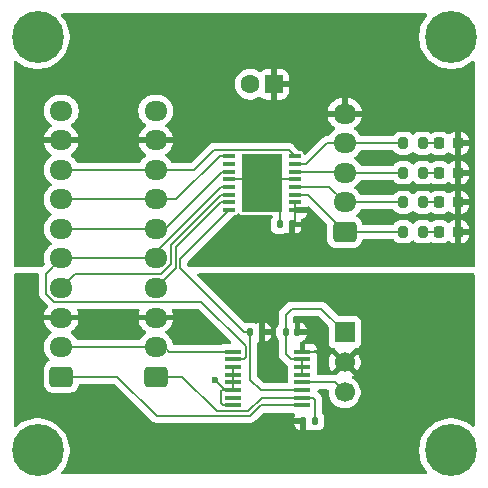
<source format=gbr>
%TF.GenerationSoftware,KiCad,Pcbnew,9.0.2*%
%TF.CreationDate,2025-10-06T17:20:07-07:00*%
%TF.ProjectId,driver2,64726976-6572-4322-9e6b-696361645f70,rev?*%
%TF.SameCoordinates,Original*%
%TF.FileFunction,Copper,L1,Top*%
%TF.FilePolarity,Positive*%
%FSLAX46Y46*%
G04 Gerber Fmt 4.6, Leading zero omitted, Abs format (unit mm)*
G04 Created by KiCad (PCBNEW 9.0.2) date 2025-10-06 17:20:07*
%MOMM*%
%LPD*%
G01*
G04 APERTURE LIST*
G04 Aperture macros list*
%AMRoundRect*
0 Rectangle with rounded corners*
0 $1 Rounding radius*
0 $2 $3 $4 $5 $6 $7 $8 $9 X,Y pos of 4 corners*
0 Add a 4 corners polygon primitive as box body*
4,1,4,$2,$3,$4,$5,$6,$7,$8,$9,$2,$3,0*
0 Add four circle primitives for the rounded corners*
1,1,$1+$1,$2,$3*
1,1,$1+$1,$4,$5*
1,1,$1+$1,$6,$7*
1,1,$1+$1,$8,$9*
0 Add four rect primitives between the rounded corners*
20,1,$1+$1,$2,$3,$4,$5,0*
20,1,$1+$1,$4,$5,$6,$7,0*
20,1,$1+$1,$6,$7,$8,$9,0*
20,1,$1+$1,$8,$9,$2,$3,0*%
G04 Aperture macros list end*
%TA.AperFunction,ComponentPad*%
%ADD10RoundRect,0.250000X0.725000X-0.600000X0.725000X0.600000X-0.725000X0.600000X-0.725000X-0.600000X0*%
%TD*%
%TA.AperFunction,ComponentPad*%
%ADD11O,1.950000X1.700000*%
%TD*%
%TA.AperFunction,ComponentPad*%
%ADD12R,1.700000X1.700000*%
%TD*%
%TA.AperFunction,ComponentPad*%
%ADD13C,1.700000*%
%TD*%
%TA.AperFunction,ComponentPad*%
%ADD14C,2.600000*%
%TD*%
%TA.AperFunction,ConnectorPad*%
%ADD15C,4.400000*%
%TD*%
%TA.AperFunction,SMDPad,CuDef*%
%ADD16RoundRect,0.220000X-0.220000X-0.255000X0.220000X-0.255000X0.220000X0.255000X-0.220000X0.255000X0*%
%TD*%
%TA.AperFunction,SMDPad,CuDef*%
%ADD17RoundRect,0.140000X0.140000X0.170000X-0.140000X0.170000X-0.140000X-0.170000X0.140000X-0.170000X0*%
%TD*%
%TA.AperFunction,ComponentPad*%
%ADD18RoundRect,0.250000X0.550000X0.550000X-0.550000X0.550000X-0.550000X-0.550000X0.550000X-0.550000X0*%
%TD*%
%TA.AperFunction,ComponentPad*%
%ADD19C,1.600000*%
%TD*%
%TA.AperFunction,SMDPad,CuDef*%
%ADD20R,1.050000X0.450000*%
%TD*%
%TA.AperFunction,SMDPad,CuDef*%
%ADD21R,3.400000X5.000000*%
%TD*%
%TA.AperFunction,SMDPad,CuDef*%
%ADD22RoundRect,0.200000X0.200000X0.275000X-0.200000X0.275000X-0.200000X-0.275000X0.200000X-0.275000X0*%
%TD*%
%TA.AperFunction,SMDPad,CuDef*%
%ADD23R,1.461999X0.354800*%
%TD*%
%TA.AperFunction,ViaPad*%
%ADD24C,0.600000*%
%TD*%
%TA.AperFunction,Conductor*%
%ADD25C,0.200000*%
%TD*%
G04 APERTURE END LIST*
D10*
%TO.P,Ser2,1,Pin_1*%
%TO.N,Po*%
X32500000Y-51250000D03*
D11*
%TO.P,Ser2,2,Pin_2*%
%TO.N,Load*%
X32500000Y-48750000D03*
%TO.P,Ser2,3,Pin_3*%
%TO.N,+5V*%
X32500000Y-46250000D03*
%TO.P,Ser2,4,Pin_4*%
%TO.N,Pi*%
X32500000Y-43750000D03*
%TO.P,Ser2,5,Pin_5*%
%TO.N,Clock*%
X32500000Y-41250000D03*
%TO.P,Ser2,6,Pin_6*%
%TO.N,Latch*%
X32500000Y-38750000D03*
%TO.P,Ser2,7,Pin_7*%
%TO.N,Reset*%
X32500000Y-36250000D03*
%TO.P,Ser2,8,Pin_8*%
%TO.N,Enable*%
X32500000Y-33750000D03*
%TO.P,Ser2,9,Pin_9*%
%TO.N,+12V*%
X32500000Y-31250000D03*
%TO.P,Ser2,10,Pin_10*%
%TO.N,GND*%
X32500000Y-28750000D03*
%TD*%
%TO.P,Ser1,10,Pin_10*%
%TO.N,GND*%
X24500000Y-28750000D03*
%TO.P,Ser1,9,Pin_9*%
%TO.N,+12V*%
X24500000Y-31250000D03*
%TO.P,Ser1,8,Pin_8*%
%TO.N,Enable*%
X24500000Y-33750000D03*
%TO.P,Ser1,7,Pin_7*%
%TO.N,Reset*%
X24500000Y-36250000D03*
%TO.P,Ser1,6,Pin_6*%
%TO.N,Latch*%
X24500000Y-38750000D03*
%TO.P,Ser1,5,Pin_5*%
%TO.N,Clock*%
X24500000Y-41250000D03*
%TO.P,Ser1,4,Pin_4*%
%TO.N,Co*%
X24500000Y-43750000D03*
%TO.P,Ser1,3,Pin_3*%
%TO.N,+5V*%
X24500000Y-46250000D03*
%TO.P,Ser1,2,Pin_2*%
%TO.N,Load*%
X24500000Y-48750000D03*
D10*
%TO.P,Ser1,1,Pin_1*%
%TO.N,Ci*%
X24500000Y-51250000D03*
%TD*%
D12*
%TO.P,Hall1,1,Pin_1*%
%TO.N,GND*%
X48500000Y-47500000D03*
D13*
%TO.P,Hall1,2,Pin_2*%
%TO.N,+5V*%
X48500000Y-50040000D03*
%TO.P,Hall1,3,Pin_3*%
%TO.N,Hall*%
X48500000Y-52580000D03*
%TD*%
D14*
%TO.P,H4,1*%
%TO.N,N/C*%
X57500000Y-57500000D03*
D15*
X57500000Y-57500000D03*
%TD*%
D16*
%TO.P,D1,1*%
%TO.N,Net-(D1-Pad1)*%
X56500000Y-39000000D03*
%TO.P,D1,2*%
%TO.N,+12V*%
X58080000Y-39000000D03*
%TD*%
D17*
%TO.P,C1,1*%
%TO.N,+5V*%
X44500000Y-47500000D03*
%TO.P,C1,2*%
%TO.N,GND*%
X43500000Y-47500000D03*
%TD*%
D18*
%TO.P,C3,1*%
%TO.N,+12V*%
X42500000Y-26500000D03*
D19*
%TO.P,C3,2*%
%TO.N,GND*%
X40500000Y-26500000D03*
%TD*%
D20*
%TO.P,Driver1,1,VM*%
%TO.N,+12V*%
X44275000Y-37150000D03*
%TO.P,Driver1,2,VCLAMP*%
X44275000Y-36500000D03*
%TO.P,Driver1,3,OUT1*%
%TO.N,Phase1*%
X44275000Y-35850000D03*
%TO.P,Driver1,4,OUT2*%
%TO.N,Phase2*%
X44275000Y-35200000D03*
%TO.P,Driver1,5,GND*%
%TO.N,GND*%
X44275000Y-34550000D03*
%TO.P,Driver1,6,OUT3*%
%TO.N,Phase3*%
X44275000Y-33900000D03*
%TO.P,Driver1,7,OUT4*%
%TO.N,Phase4*%
X44275000Y-33250000D03*
%TO.P,Driver1,8,ENBL_N*%
%TO.N,Enable*%
X44275000Y-32600000D03*
%TO.P,Driver1,9,RESET*%
%TO.N,Reset*%
X38725000Y-32600000D03*
%TO.P,Driver1,10,NC*%
%TO.N,unconnected-(Driver1-NC-Pad10)*%
X38725000Y-33250000D03*
%TO.P,Driver1,11,LATCH*%
%TO.N,Latch*%
X38725000Y-33900000D03*
%TO.P,Driver1,12,GND*%
%TO.N,GND*%
X38725000Y-34550000D03*
%TO.P,Driver1,13,SCLK*%
%TO.N,Clock*%
X38725000Y-35200000D03*
%TO.P,Driver1,14,SDATIN*%
%TO.N,Co*%
X38725000Y-35850000D03*
%TO.P,Driver1,15,SDATOUT*%
%TO.N,Pi*%
X38725000Y-36500000D03*
%TO.P,Driver1,16,FAULT_N*%
%TO.N,Fault*%
X38725000Y-37150000D03*
D21*
%TO.P,Driver1,17,PAD*%
%TO.N,GND*%
X41500000Y-34875000D03*
%TD*%
D16*
%TO.P,D2,1*%
%TO.N,Net-(D2-Pad1)*%
X56500000Y-36500000D03*
%TO.P,D2,2*%
%TO.N,+12V*%
X58080000Y-36500000D03*
%TD*%
D22*
%TO.P,R2,1*%
%TO.N,Net-(D2-Pad1)*%
X55110000Y-36500000D03*
%TO.P,R2,2*%
%TO.N,Phase2*%
X53470000Y-36500000D03*
%TD*%
D17*
%TO.P,R6,1*%
%TO.N,Po*%
X46000000Y-55000000D03*
%TO.P,R6,2*%
%TO.N,+5V*%
X45000000Y-55000000D03*
%TD*%
D22*
%TO.P,R3,1*%
%TO.N,Net-(D3-Pad1)*%
X55110000Y-34000000D03*
%TO.P,R3,2*%
%TO.N,Phase3*%
X53470000Y-34000000D03*
%TD*%
%TO.P,R1,1*%
%TO.N,Net-(D1-Pad1)*%
X55110000Y-39000000D03*
%TO.P,R1,2*%
%TO.N,Phase1*%
X53470000Y-39000000D03*
%TD*%
D16*
%TO.P,D3,1*%
%TO.N,Net-(D3-Pad1)*%
X56500000Y-34000000D03*
%TO.P,D3,2*%
%TO.N,+12V*%
X58080000Y-34000000D03*
%TD*%
D14*
%TO.P,H2,1*%
%TO.N,N/C*%
X57500000Y-22500000D03*
D15*
X57500000Y-22500000D03*
%TD*%
D14*
%TO.P,H3,1*%
%TO.N,N/C*%
X22500000Y-57500000D03*
D15*
X22500000Y-57500000D03*
%TD*%
D14*
%TO.P,H1,1*%
%TO.N,N/C*%
X22500000Y-22500000D03*
D15*
X22500000Y-22500000D03*
%TD*%
D10*
%TO.P,Motor1,1,Pin_1*%
%TO.N,Phase1*%
X48500000Y-39000000D03*
D11*
%TO.P,Motor1,2,Pin_2*%
%TO.N,Phase2*%
X48500000Y-36500000D03*
%TO.P,Motor1,3,Pin_3*%
%TO.N,Phase3*%
X48500000Y-34000000D03*
%TO.P,Motor1,4,Pin_4*%
%TO.N,Phase4*%
X48500000Y-31500000D03*
%TO.P,Motor1,5,Pin_5*%
%TO.N,+12V*%
X48500000Y-29000000D03*
%TD*%
D16*
%TO.P,D4,1*%
%TO.N,Net-(D4-Pad1)*%
X56500000Y-31500000D03*
%TO.P,D4,2*%
%TO.N,+12V*%
X58080000Y-31500000D03*
%TD*%
D17*
%TO.P,R5,1*%
%TO.N,+5V*%
X41500000Y-47500000D03*
%TO.P,R5,2*%
%TO.N,Fault*%
X40500000Y-47500000D03*
%TD*%
D22*
%TO.P,R4,1*%
%TO.N,Net-(D4-Pad1)*%
X55110000Y-31500000D03*
%TO.P,R4,2*%
%TO.N,Phase4*%
X53470000Y-31500000D03*
%TD*%
D17*
%TO.P,C2,1*%
%TO.N,+12V*%
X44025000Y-38375000D03*
%TO.P,C2,2*%
%TO.N,GND*%
X43025000Y-38375000D03*
%TD*%
D23*
%TO.P,U1,1,SH/\u002ALD*%
%TO.N,Load*%
X39079000Y-49145001D03*
%TO.P,U1,2,CLK*%
%TO.N,Clock*%
X39079000Y-49794999D03*
%TO.P,U1,3,E*%
%TO.N,GND*%
X39079000Y-50445001D03*
%TO.P,U1,4,F*%
X39079000Y-51094999D03*
%TO.P,U1,5,G*%
X39079000Y-51744998D03*
%TO.P,U1,6,H*%
X39079000Y-52394999D03*
%TO.P,U1,7,\u002AQH*%
%TO.N,unconnected-(U1-\u002AQH-Pad7)*%
X39079000Y-53044998D03*
%TO.P,U1,8,GND*%
%TO.N,GND*%
X39079000Y-53694999D03*
%TO.P,U1,9,QH*%
%TO.N,Ci*%
X44921000Y-53694999D03*
%TO.P,U1,10,SER*%
%TO.N,Po*%
X44921000Y-53045001D03*
%TO.P,U1,11,A*%
%TO.N,Fault*%
X44921000Y-52394999D03*
%TO.P,U1,12,B*%
%TO.N,Hall*%
X44921000Y-51745001D03*
%TO.P,U1,13,C*%
%TO.N,GND*%
X44921000Y-51095002D03*
%TO.P,U1,14,D*%
X44921000Y-50445001D03*
%TO.P,U1,15,CLKINH*%
X44921000Y-49795002D03*
%TO.P,U1,16,VCC*%
%TO.N,+5V*%
X44921000Y-49145001D03*
%TD*%
D24*
%TO.N,GND*%
X40525000Y-33375000D03*
X42525000Y-34875000D03*
X42525000Y-36375000D03*
X40525000Y-36375000D03*
X40525000Y-34875000D03*
X42525000Y-33375000D03*
X37500000Y-51500000D03*
%TD*%
D25*
%TO.N,+5V*%
X24500000Y-46250000D02*
X32500000Y-46250000D01*
%TO.N,+12V*%
X44275000Y-37150000D02*
X44275000Y-38125000D01*
X44275000Y-38125000D02*
X44025000Y-38375000D01*
%TO.N,GND*%
X43500000Y-47500000D02*
X43500000Y-46000000D01*
X44000000Y-45500000D02*
X46500000Y-45500000D01*
X43500000Y-46000000D02*
X44000000Y-45500000D01*
X46500000Y-45500000D02*
X48500000Y-47500000D01*
%TO.N,+5V*%
X44921000Y-49145001D02*
X47605001Y-49145001D01*
X47605001Y-49145001D02*
X48500000Y-50040000D01*
%TO.N,GND*%
X43500000Y-47500000D02*
X43500000Y-49305001D01*
X43500000Y-49305001D02*
X43990001Y-49795002D01*
X43990001Y-49795002D02*
X44921000Y-49795002D01*
%TO.N,+12V*%
X44275000Y-36500000D02*
X44275000Y-37150000D01*
%TO.N,Ci*%
X44921000Y-53694999D02*
X41372101Y-53694999D01*
X40492701Y-54574399D02*
X32574399Y-54574399D01*
X29250000Y-51250000D02*
X24500000Y-51250000D01*
X41372101Y-53694999D02*
X40492701Y-54574399D01*
X32574399Y-54574399D02*
X29250000Y-51250000D01*
%TO.N,Po*%
X32500000Y-51250000D02*
X34750000Y-51250000D01*
X34750000Y-51250000D02*
X37673399Y-54173399D01*
X37673399Y-54173399D02*
X40326601Y-54173399D01*
X41454999Y-53045001D02*
X44921000Y-53045001D01*
X40326601Y-54173399D02*
X41454999Y-53045001D01*
%TO.N,Fault*%
X44921000Y-52394999D02*
X41394999Y-52394999D01*
X41394999Y-52394999D02*
X40511999Y-51511999D01*
X40511999Y-51511999D02*
X40511999Y-48500501D01*
X40511999Y-48500501D02*
X40500000Y-48488502D01*
X40500000Y-48488502D02*
X40500000Y-47500000D01*
X40000000Y-47500000D02*
X40500000Y-47500000D01*
X38725000Y-37150000D02*
X34578000Y-41297000D01*
X34578000Y-41297000D02*
X34578000Y-42078000D01*
X34578000Y-42078000D02*
X40000000Y-47500000D01*
%TO.N,Clock*%
X39079000Y-49794999D02*
X39939401Y-49794999D01*
X40110999Y-48666601D02*
X36345398Y-44901000D01*
X39939401Y-49794999D02*
X40110999Y-49623401D01*
X23898240Y-44901000D02*
X23224000Y-44226760D01*
X40110999Y-49623401D02*
X40110999Y-48666601D01*
X36345398Y-44901000D02*
X23898240Y-44901000D01*
X23224000Y-44226760D02*
X23224000Y-42526000D01*
X23224000Y-42526000D02*
X24500000Y-41250000D01*
%TO.N,Enable*%
X32500000Y-33750000D02*
X35750000Y-33750000D01*
X35750000Y-33750000D02*
X37426000Y-32074000D01*
X37426000Y-32074000D02*
X43749000Y-32074000D01*
X43749000Y-32074000D02*
X44275000Y-32600000D01*
%TO.N,Reset*%
X38725000Y-32600000D02*
X37900000Y-32600000D01*
X37900000Y-32600000D02*
X34250000Y-36250000D01*
X34250000Y-36250000D02*
X32500000Y-36250000D01*
%TO.N,Latch*%
X38725000Y-33900000D02*
X38100000Y-33900000D01*
X33250000Y-38750000D02*
X32500000Y-38750000D01*
X38100000Y-33900000D02*
X33250000Y-38750000D01*
%TO.N,Po*%
X44921000Y-53045001D02*
X45851999Y-53045001D01*
X45851999Y-53045001D02*
X46000000Y-53193002D01*
X46000000Y-53193002D02*
X46000000Y-55000000D01*
%TO.N,GND*%
X43025000Y-38375000D02*
X43025000Y-36400000D01*
X43025000Y-36400000D02*
X41500000Y-34875000D01*
%TO.N,Pi*%
X38725000Y-36500000D02*
X38000000Y-36500000D01*
X38000000Y-36500000D02*
X34177000Y-40323000D01*
X34177000Y-42073000D02*
X32500000Y-43750000D01*
X34177000Y-40323000D02*
X34177000Y-42073000D01*
%TO.N,Co*%
X38725000Y-35850000D02*
X38000000Y-35850000D01*
X38000000Y-35850000D02*
X33776000Y-40074000D01*
X33776000Y-41726760D02*
X32903760Y-42599000D01*
X32903760Y-42599000D02*
X25651000Y-42599000D01*
X33776000Y-40074000D02*
X33776000Y-41726760D01*
X25651000Y-42599000D02*
X24500000Y-43750000D01*
%TO.N,Clock*%
X38725000Y-35200000D02*
X38000000Y-35200000D01*
X32500000Y-40700000D02*
X32500000Y-41250000D01*
X38000000Y-35200000D02*
X32500000Y-40700000D01*
%TO.N,Phase1*%
X44275000Y-35850000D02*
X45350000Y-35850000D01*
X45350000Y-35850000D02*
X48500000Y-39000000D01*
%TO.N,Phase2*%
X44275000Y-35200000D02*
X47200000Y-35200000D01*
X47200000Y-35200000D02*
X48500000Y-36500000D01*
%TO.N,Phase3*%
X44275000Y-33900000D02*
X48400000Y-33900000D01*
X48400000Y-33900000D02*
X48500000Y-34000000D01*
%TO.N,Phase4*%
X44275000Y-33250000D02*
X45250000Y-33250000D01*
X45250000Y-33250000D02*
X47000000Y-31500000D01*
X47000000Y-31500000D02*
X48500000Y-31500000D01*
%TO.N,GND*%
X39079000Y-52394999D02*
X38394999Y-52394999D01*
X38394999Y-52394999D02*
X37500000Y-51500000D01*
X39079000Y-53694999D02*
X38218602Y-53694999D01*
X38218602Y-53694999D02*
X38047001Y-53523398D01*
X38047001Y-52495999D02*
X38148001Y-52394999D01*
X38148001Y-52394999D02*
X39079000Y-52394999D01*
X38047001Y-53523398D02*
X38047001Y-52495999D01*
X39079000Y-51744998D02*
X39079000Y-52394999D01*
X39079000Y-51094999D02*
X39079000Y-51744998D01*
X39079000Y-50445001D02*
X39079000Y-51094999D01*
X44921000Y-50445001D02*
X44921000Y-49795002D01*
X44921000Y-51095002D02*
X44921000Y-50445001D01*
%TO.N,Hall*%
X44921000Y-51745001D02*
X47665001Y-51745001D01*
X47665001Y-51745001D02*
X48500000Y-52580000D01*
%TO.N,Load*%
X32500000Y-48750000D02*
X33250000Y-48750000D01*
X33250000Y-48750000D02*
X33645001Y-49145001D01*
X33645001Y-49145001D02*
X39079000Y-49145001D01*
X24500000Y-48750000D02*
X32500000Y-48750000D01*
%TO.N,Clock*%
X32500000Y-41250000D02*
X24500000Y-41250000D01*
%TO.N,Latch*%
X24500000Y-38750000D02*
X32500000Y-38750000D01*
%TO.N,Reset*%
X32500000Y-36250000D02*
X24500000Y-36250000D01*
%TO.N,Enable*%
X24500000Y-33750000D02*
X32500000Y-33750000D01*
%TO.N,GND*%
X42575000Y-34550000D02*
X42250000Y-34875000D01*
X44362500Y-34550000D02*
X42575000Y-34550000D01*
X38637500Y-34550000D02*
X41175000Y-34550000D01*
X41175000Y-34550000D02*
X41500000Y-34875000D01*
%TO.N,Net-(D1-Pad1)*%
X56500000Y-39000000D02*
X55110000Y-39000000D01*
%TO.N,Net-(D2-Pad1)*%
X55110000Y-36500000D02*
X56500000Y-36500000D01*
%TO.N,Net-(D3-Pad1)*%
X56500000Y-34000000D02*
X55110000Y-34000000D01*
%TO.N,Net-(D4-Pad1)*%
X56500000Y-31500000D02*
X55110000Y-31500000D01*
%TO.N,Phase3*%
X53470000Y-34000000D02*
X48500000Y-34000000D01*
%TO.N,Phase4*%
X53470000Y-31500000D02*
X48500000Y-31500000D01*
%TO.N,Phase1*%
X53470000Y-39000000D02*
X48500000Y-39000000D01*
%TO.N,Phase2*%
X53470000Y-36500000D02*
X48500000Y-36500000D01*
%TD*%
%TA.AperFunction,Conductor*%
%TO.N,+5V*%
G36*
X22566539Y-42519685D02*
G01*
X22612294Y-42572489D01*
X22623500Y-42624000D01*
X22623500Y-44140090D01*
X22623499Y-44140108D01*
X22623499Y-44305814D01*
X22623498Y-44305814D01*
X22664423Y-44458545D01*
X22692813Y-44507716D01*
X22692814Y-44507720D01*
X22692815Y-44507720D01*
X22743479Y-44595474D01*
X22743481Y-44595477D01*
X22862349Y-44714345D01*
X22862355Y-44714350D01*
X23344227Y-45196222D01*
X23377712Y-45257545D01*
X23372728Y-45327237D01*
X23347691Y-45366203D01*
X23348435Y-45366838D01*
X23345272Y-45370540D01*
X23220379Y-45542442D01*
X23123904Y-45731782D01*
X23058242Y-45933870D01*
X23058242Y-45933873D01*
X23047769Y-46000000D01*
X24095854Y-46000000D01*
X24057370Y-46066657D01*
X24025000Y-46187465D01*
X24025000Y-46312535D01*
X24057370Y-46433343D01*
X24095854Y-46500000D01*
X23047769Y-46500000D01*
X23058242Y-46566126D01*
X23058242Y-46566129D01*
X23123904Y-46768217D01*
X23220379Y-46957557D01*
X23345272Y-47129459D01*
X23345276Y-47129464D01*
X23495535Y-47279723D01*
X23495540Y-47279727D01*
X23660218Y-47399372D01*
X23702884Y-47454701D01*
X23708863Y-47524315D01*
X23676258Y-47586110D01*
X23660218Y-47600008D01*
X23495214Y-47719890D01*
X23495209Y-47719894D01*
X23344890Y-47870213D01*
X23219951Y-48042179D01*
X23123444Y-48231585D01*
X23057753Y-48433760D01*
X23024500Y-48643713D01*
X23024500Y-48856286D01*
X23056787Y-49060141D01*
X23057754Y-49066243D01*
X23109644Y-49225944D01*
X23123444Y-49268414D01*
X23219951Y-49457820D01*
X23344890Y-49629786D01*
X23483705Y-49768601D01*
X23517190Y-49829924D01*
X23512206Y-49899616D01*
X23470334Y-49955549D01*
X23461121Y-49961821D01*
X23306342Y-50057289D01*
X23182289Y-50181342D01*
X23090187Y-50330663D01*
X23090185Y-50330668D01*
X23084771Y-50347007D01*
X23035001Y-50497203D01*
X23035001Y-50497204D01*
X23035000Y-50497204D01*
X23024500Y-50599983D01*
X23024500Y-51900001D01*
X23024501Y-51900018D01*
X23035000Y-52002796D01*
X23035001Y-52002799D01*
X23054481Y-52061585D01*
X23090186Y-52169334D01*
X23182288Y-52318656D01*
X23306344Y-52442712D01*
X23455666Y-52534814D01*
X23622203Y-52589999D01*
X23724991Y-52600500D01*
X25275008Y-52600499D01*
X25377797Y-52589999D01*
X25544334Y-52534814D01*
X25693656Y-52442712D01*
X25817712Y-52318656D01*
X25909814Y-52169334D01*
X25964999Y-52002797D01*
X25969177Y-51961896D01*
X25995573Y-51897207D01*
X26052753Y-51857055D01*
X26092535Y-51850500D01*
X28949903Y-51850500D01*
X29016942Y-51870185D01*
X29037584Y-51886819D01*
X32089538Y-54938773D01*
X32089548Y-54938784D01*
X32093878Y-54943114D01*
X32093879Y-54943115D01*
X32205683Y-55054919D01*
X32280761Y-55098264D01*
X32292494Y-55105038D01*
X32292496Y-55105040D01*
X32325336Y-55124000D01*
X32342614Y-55133976D01*
X32495342Y-55174899D01*
X32653456Y-55174899D01*
X40406032Y-55174899D01*
X40406048Y-55174900D01*
X40413644Y-55174900D01*
X40571755Y-55174900D01*
X40571758Y-55174900D01*
X40724486Y-55133976D01*
X40774605Y-55105038D01*
X40861417Y-55054919D01*
X40973221Y-54943115D01*
X40973221Y-54943113D01*
X40983429Y-54932906D01*
X40983430Y-54932903D01*
X41584517Y-54331818D01*
X41645840Y-54298333D01*
X41672198Y-54295499D01*
X43878752Y-54295499D01*
X43939182Y-54313243D01*
X43939891Y-54311947D01*
X43947665Y-54316192D01*
X43947669Y-54316195D01*
X44082517Y-54366490D01*
X44142127Y-54372899D01*
X44169387Y-54372898D01*
X44236424Y-54392580D01*
X44282181Y-54445383D01*
X44292126Y-54514541D01*
X44276123Y-54560014D01*
X44267969Y-54573801D01*
X44267966Y-54573809D01*
X44222855Y-54729081D01*
X44222854Y-54729087D01*
X44221209Y-54749999D01*
X44221210Y-54750000D01*
X44876000Y-54750000D01*
X44943039Y-54769685D01*
X44988794Y-54822489D01*
X45000000Y-54874000D01*
X45000000Y-55000000D01*
X45095500Y-55000000D01*
X45162539Y-55019685D01*
X45208294Y-55072489D01*
X45219500Y-55124000D01*
X45219500Y-55234697D01*
X45222356Y-55270991D01*
X45222357Y-55270994D01*
X45245076Y-55349190D01*
X45250000Y-55383786D01*
X45250000Y-55804503D01*
X45396196Y-55762031D01*
X45436384Y-55738263D01*
X45504107Y-55721078D01*
X45562629Y-55738261D01*
X45562632Y-55738263D01*
X45603605Y-55762494D01*
X45644587Y-55774400D01*
X45759002Y-55807642D01*
X45759005Y-55807642D01*
X45759007Y-55807643D01*
X45795310Y-55810500D01*
X45795318Y-55810500D01*
X46204682Y-55810500D01*
X46204690Y-55810500D01*
X46240993Y-55807643D01*
X46240995Y-55807642D01*
X46240997Y-55807642D01*
X46281975Y-55795736D01*
X46396395Y-55762494D01*
X46535687Y-55680117D01*
X46650117Y-55565687D01*
X46732494Y-55426395D01*
X46777643Y-55270993D01*
X46780500Y-55234690D01*
X46780500Y-54765310D01*
X46777643Y-54729007D01*
X46732494Y-54573605D01*
X46650117Y-54434313D01*
X46650115Y-54434311D01*
X46650112Y-54434307D01*
X46636819Y-54421014D01*
X46603334Y-54359691D01*
X46600500Y-54333333D01*
X46600500Y-53282061D01*
X46600501Y-53282048D01*
X46600501Y-53113947D01*
X46600501Y-53113945D01*
X46559577Y-52961217D01*
X46503861Y-52864715D01*
X46480520Y-52824286D01*
X46368716Y-52712482D01*
X46368713Y-52712480D01*
X46339589Y-52683356D01*
X46339587Y-52683353D01*
X46214968Y-52558734D01*
X46216986Y-52556715D01*
X46183932Y-52511432D01*
X46179787Y-52441685D01*
X46214008Y-52380770D01*
X46275730Y-52348026D01*
X46300627Y-52345501D01*
X47025500Y-52345501D01*
X47092539Y-52365186D01*
X47138294Y-52417990D01*
X47149500Y-52469501D01*
X47149500Y-52686286D01*
X47181065Y-52885584D01*
X47182754Y-52896243D01*
X47248070Y-53097265D01*
X47248444Y-53098414D01*
X47344951Y-53287820D01*
X47469890Y-53459786D01*
X47620213Y-53610109D01*
X47792179Y-53735048D01*
X47792181Y-53735049D01*
X47792184Y-53735051D01*
X47981588Y-53831557D01*
X48183757Y-53897246D01*
X48393713Y-53930500D01*
X48393714Y-53930500D01*
X48606286Y-53930500D01*
X48606287Y-53930500D01*
X48816243Y-53897246D01*
X49018412Y-53831557D01*
X49207816Y-53735051D01*
X49229789Y-53719086D01*
X49379786Y-53610109D01*
X49379788Y-53610106D01*
X49379792Y-53610104D01*
X49530104Y-53459792D01*
X49530106Y-53459788D01*
X49530109Y-53459786D01*
X49655048Y-53287820D01*
X49655047Y-53287820D01*
X49655051Y-53287816D01*
X49751557Y-53098412D01*
X49817246Y-52896243D01*
X49850500Y-52686287D01*
X49850500Y-52473713D01*
X49817246Y-52263757D01*
X49751557Y-52061588D01*
X49655051Y-51872184D01*
X49655049Y-51872181D01*
X49655048Y-51872179D01*
X49530109Y-51700213D01*
X49379786Y-51549890D01*
X49207817Y-51424949D01*
X49198504Y-51420204D01*
X49147707Y-51372230D01*
X49130912Y-51304409D01*
X49153449Y-51238274D01*
X49198507Y-51199232D01*
X49207555Y-51194622D01*
X49261716Y-51155270D01*
X49261717Y-51155270D01*
X48629408Y-50522962D01*
X48692993Y-50505925D01*
X48807007Y-50440099D01*
X48900099Y-50347007D01*
X48965925Y-50232993D01*
X48982962Y-50169408D01*
X49615270Y-50801717D01*
X49615270Y-50801716D01*
X49654622Y-50747554D01*
X49751095Y-50558217D01*
X49816757Y-50356130D01*
X49816757Y-50356127D01*
X49850000Y-50146246D01*
X49850000Y-49933753D01*
X49816757Y-49723872D01*
X49816757Y-49723869D01*
X49751095Y-49521782D01*
X49654624Y-49332449D01*
X49615270Y-49278282D01*
X49615269Y-49278282D01*
X48982962Y-49910590D01*
X48965925Y-49847007D01*
X48900099Y-49732993D01*
X48807007Y-49639901D01*
X48692993Y-49574075D01*
X48629409Y-49557037D01*
X49299627Y-48886818D01*
X49360950Y-48853333D01*
X49387307Y-48850499D01*
X49397872Y-48850499D01*
X49457483Y-48844091D01*
X49592331Y-48793796D01*
X49707546Y-48707546D01*
X49793796Y-48592331D01*
X49844091Y-48457483D01*
X49850500Y-48397873D01*
X49850499Y-46602128D01*
X49844091Y-46542517D01*
X49843770Y-46541657D01*
X49793797Y-46407671D01*
X49793793Y-46407664D01*
X49707547Y-46292455D01*
X49707544Y-46292452D01*
X49592335Y-46206206D01*
X49592328Y-46206202D01*
X49457482Y-46155908D01*
X49457483Y-46155908D01*
X49397883Y-46149501D01*
X49397881Y-46149500D01*
X49397873Y-46149500D01*
X49397865Y-46149500D01*
X48050097Y-46149500D01*
X47983058Y-46129815D01*
X47962416Y-46113181D01*
X46987590Y-45138355D01*
X46987588Y-45138352D01*
X46868717Y-45019481D01*
X46868716Y-45019480D01*
X46781904Y-44969360D01*
X46781904Y-44969359D01*
X46781900Y-44969358D01*
X46731785Y-44940423D01*
X46579057Y-44899499D01*
X46420943Y-44899499D01*
X46413347Y-44899499D01*
X46413331Y-44899500D01*
X44086670Y-44899500D01*
X44086654Y-44899499D01*
X44079058Y-44899499D01*
X43920943Y-44899499D01*
X43844579Y-44919961D01*
X43768214Y-44940423D01*
X43768209Y-44940426D01*
X43631290Y-45019475D01*
X43631282Y-45019481D01*
X43124217Y-45526546D01*
X43124214Y-45526548D01*
X43124215Y-45526549D01*
X43019478Y-45631286D01*
X42969361Y-45718094D01*
X42969359Y-45718096D01*
X42940425Y-45768209D01*
X42940424Y-45768210D01*
X42940423Y-45768215D01*
X42899499Y-45920943D01*
X42899499Y-45920945D01*
X42899499Y-46089046D01*
X42899500Y-46089059D01*
X42899500Y-46833333D01*
X42879815Y-46900372D01*
X42863181Y-46921014D01*
X42849887Y-46934307D01*
X42849881Y-46934315D01*
X42767505Y-47073606D01*
X42767504Y-47073609D01*
X42722357Y-47229002D01*
X42722356Y-47229008D01*
X42719500Y-47265302D01*
X42719500Y-47734697D01*
X42722356Y-47770991D01*
X42722357Y-47770997D01*
X42767504Y-47926390D01*
X42767505Y-47926393D01*
X42767506Y-47926395D01*
X42849883Y-48065687D01*
X42863180Y-48078984D01*
X42896666Y-48140305D01*
X42899500Y-48166666D01*
X42899500Y-49218331D01*
X42899499Y-49218349D01*
X42899499Y-49384055D01*
X42899498Y-49384055D01*
X42899499Y-49384058D01*
X42940423Y-49536786D01*
X42961952Y-49574075D01*
X42969358Y-49586901D01*
X42969359Y-49586905D01*
X42969360Y-49586905D01*
X43019479Y-49673715D01*
X43019481Y-49673718D01*
X43138349Y-49792586D01*
X43138355Y-49792591D01*
X43509479Y-50163715D01*
X43509481Y-50163718D01*
X43621285Y-50275522D01*
X43640007Y-50286331D01*
X43650520Y-50296233D01*
X43661169Y-50314420D01*
X43675714Y-50329673D01*
X43679685Y-50346043D01*
X43685824Y-50356527D01*
X43685298Y-50369179D01*
X43689500Y-50386497D01*
X43689500Y-50670270D01*
X43689501Y-50670277D01*
X43695909Y-50729885D01*
X43697692Y-50737430D01*
X43695518Y-50737943D01*
X43699689Y-50796377D01*
X43696957Y-50805680D01*
X43695908Y-50810122D01*
X43689501Y-50869719D01*
X43689501Y-50869725D01*
X43689500Y-50869738D01*
X43689500Y-51320272D01*
X43689501Y-51320278D01*
X43695909Y-51379886D01*
X43697692Y-51387431D01*
X43695517Y-51387944D01*
X43699691Y-51446367D01*
X43696959Y-51455671D01*
X43695908Y-51460118D01*
X43689501Y-51519718D01*
X43689500Y-51519737D01*
X43689501Y-51670498D01*
X43669817Y-51737538D01*
X43617013Y-51783293D01*
X43565501Y-51794499D01*
X41695097Y-51794499D01*
X41628058Y-51774814D01*
X41607416Y-51758180D01*
X41148818Y-51299582D01*
X41115333Y-51238259D01*
X41112499Y-51211901D01*
X41112499Y-48429709D01*
X41132184Y-48362670D01*
X41184988Y-48316915D01*
X41244955Y-48308292D01*
X41250000Y-48304504D01*
X41250000Y-48304503D01*
X41750000Y-48304503D01*
X41896195Y-48262031D01*
X42035374Y-48179721D01*
X42035383Y-48179714D01*
X42149714Y-48065383D01*
X42149721Y-48065374D01*
X42232031Y-47926195D01*
X42232033Y-47926190D01*
X42277144Y-47770918D01*
X42277145Y-47770912D01*
X42278790Y-47750000D01*
X41750000Y-47750000D01*
X41750000Y-48304503D01*
X41250000Y-48304503D01*
X41250000Y-47883786D01*
X41251649Y-47863631D01*
X41252853Y-47856316D01*
X41277643Y-47770993D01*
X41280500Y-47734690D01*
X41280500Y-47265310D01*
X41277643Y-47229007D01*
X41254923Y-47150808D01*
X41250000Y-47116213D01*
X41250000Y-46695494D01*
X41750000Y-46695494D01*
X41750000Y-47250000D01*
X42278790Y-47250000D01*
X42277145Y-47229089D01*
X42232031Y-47073804D01*
X42149721Y-46934625D01*
X42149714Y-46934616D01*
X42035383Y-46820285D01*
X42035374Y-46820278D01*
X41896193Y-46737967D01*
X41896190Y-46737965D01*
X41750001Y-46695493D01*
X41750000Y-46695494D01*
X41250000Y-46695494D01*
X41249998Y-46695493D01*
X41103809Y-46737965D01*
X41103808Y-46737966D01*
X41063610Y-46761739D01*
X40995885Y-46778920D01*
X40937369Y-46761738D01*
X40906992Y-46743773D01*
X40896395Y-46737506D01*
X40896394Y-46737505D01*
X40896393Y-46737505D01*
X40896390Y-46737504D01*
X40740997Y-46692357D01*
X40740991Y-46692356D01*
X40704697Y-46689500D01*
X40704690Y-46689500D01*
X40295310Y-46689500D01*
X40295302Y-46689500D01*
X40259008Y-46692356D01*
X40160957Y-46720843D01*
X40091088Y-46720643D01*
X40038682Y-46689447D01*
X36060916Y-42711681D01*
X36027431Y-42650358D01*
X36032415Y-42580666D01*
X36074287Y-42524733D01*
X36139751Y-42500316D01*
X36148597Y-42500000D01*
X59375500Y-42500000D01*
X59442539Y-42519685D01*
X59488294Y-42572489D01*
X59499500Y-42624000D01*
X59499500Y-55382990D01*
X59479815Y-55450029D01*
X59427011Y-55495784D01*
X59357853Y-55505728D01*
X59298187Y-55479937D01*
X59164599Y-55373405D01*
X59065164Y-55294108D01*
X58810316Y-55133976D01*
X58808338Y-55132733D01*
X58535068Y-55001133D01*
X58248783Y-54900957D01*
X58248771Y-54900953D01*
X58020556Y-54848864D01*
X57953063Y-54833460D01*
X57953060Y-54833459D01*
X57953048Y-54833457D01*
X57651663Y-54799500D01*
X57651657Y-54799500D01*
X57348343Y-54799500D01*
X57348336Y-54799500D01*
X57046951Y-54833457D01*
X57046937Y-54833460D01*
X56751228Y-54900953D01*
X56751216Y-54900957D01*
X56464931Y-55001133D01*
X56191661Y-55132733D01*
X55934837Y-55294107D01*
X55697696Y-55483220D01*
X55483220Y-55697696D01*
X55294107Y-55934837D01*
X55132733Y-56191661D01*
X55001133Y-56464931D01*
X54900957Y-56751216D01*
X54900953Y-56751228D01*
X54833460Y-57046937D01*
X54833457Y-57046951D01*
X54799500Y-57348336D01*
X54799500Y-57651663D01*
X54833457Y-57953048D01*
X54833460Y-57953062D01*
X54900953Y-58248771D01*
X54900957Y-58248783D01*
X55001133Y-58535068D01*
X55132733Y-58808338D01*
X55132735Y-58808341D01*
X55294108Y-59065164D01*
X55479938Y-59298187D01*
X55506347Y-59362874D01*
X55493590Y-59431569D01*
X55445720Y-59482463D01*
X55382991Y-59499500D01*
X24617009Y-59499500D01*
X24549970Y-59479815D01*
X24504215Y-59427011D01*
X24494271Y-59357853D01*
X24520062Y-59298187D01*
X24705892Y-59065164D01*
X24867265Y-58808341D01*
X24998868Y-58535065D01*
X25099046Y-58248772D01*
X25166540Y-57953063D01*
X25200500Y-57651657D01*
X25200500Y-57348343D01*
X25166540Y-57046937D01*
X25099046Y-56751228D01*
X24998868Y-56464935D01*
X24867265Y-56191659D01*
X24705892Y-55934836D01*
X24516779Y-55697696D01*
X24302304Y-55483221D01*
X24065164Y-55294108D01*
X23994967Y-55250000D01*
X44221210Y-55250000D01*
X44222854Y-55270910D01*
X44267968Y-55426195D01*
X44350278Y-55565374D01*
X44350285Y-55565383D01*
X44464616Y-55679714D01*
X44464625Y-55679721D01*
X44603804Y-55762031D01*
X44750000Y-55804504D01*
X44750000Y-55250000D01*
X44221210Y-55250000D01*
X23994967Y-55250000D01*
X23810316Y-55133976D01*
X23808338Y-55132733D01*
X23535068Y-55001133D01*
X23248783Y-54900957D01*
X23248771Y-54900953D01*
X23020556Y-54848864D01*
X22953063Y-54833460D01*
X22953060Y-54833459D01*
X22953048Y-54833457D01*
X22651663Y-54799500D01*
X22651657Y-54799500D01*
X22348343Y-54799500D01*
X22348336Y-54799500D01*
X22046951Y-54833457D01*
X22046937Y-54833460D01*
X21751228Y-54900953D01*
X21751216Y-54900957D01*
X21464931Y-55001133D01*
X21191661Y-55132733D01*
X20934837Y-55294107D01*
X20701813Y-55479937D01*
X20637126Y-55506346D01*
X20568430Y-55493589D01*
X20517537Y-55445719D01*
X20500500Y-55382990D01*
X20500500Y-42624000D01*
X20520185Y-42556961D01*
X20572989Y-42511206D01*
X20624500Y-42500000D01*
X22499500Y-42500000D01*
X22566539Y-42519685D01*
G37*
%TD.AperFunction*%
%TA.AperFunction,Conductor*%
G36*
X46266942Y-46120185D02*
G01*
X46287584Y-46136819D01*
X47113181Y-46962416D01*
X47146666Y-47023739D01*
X47149500Y-47050097D01*
X47149500Y-48397870D01*
X47149501Y-48397876D01*
X47155908Y-48457483D01*
X47206202Y-48592328D01*
X47206206Y-48592335D01*
X47292452Y-48707544D01*
X47292455Y-48707547D01*
X47407664Y-48793793D01*
X47407671Y-48793797D01*
X47452618Y-48810561D01*
X47542517Y-48844091D01*
X47602127Y-48850500D01*
X47612685Y-48850499D01*
X47679723Y-48870179D01*
X47700372Y-48886818D01*
X48370591Y-49557037D01*
X48307007Y-49574075D01*
X48192993Y-49639901D01*
X48099901Y-49732993D01*
X48034075Y-49847007D01*
X48017037Y-49910591D01*
X47384728Y-49278282D01*
X47384727Y-49278282D01*
X47345380Y-49332439D01*
X47248904Y-49521782D01*
X47183242Y-49723869D01*
X47183242Y-49723872D01*
X47150000Y-49933753D01*
X47150000Y-50146246D01*
X47183242Y-50356127D01*
X47183242Y-50356130D01*
X47248904Y-50558217D01*
X47345375Y-50747550D01*
X47384728Y-50801716D01*
X48017037Y-50169408D01*
X48034075Y-50232993D01*
X48099901Y-50347007D01*
X48192993Y-50440099D01*
X48307007Y-50505925D01*
X48370591Y-50522962D01*
X47785372Y-51108181D01*
X47758446Y-51122883D01*
X47732627Y-51139477D01*
X47726424Y-51140368D01*
X47724049Y-51141666D01*
X47697692Y-51144500D01*
X47585944Y-51144500D01*
X47585940Y-51144500D01*
X47578333Y-51144501D01*
X47578332Y-51144500D01*
X47578332Y-51144501D01*
X46276500Y-51144501D01*
X46209461Y-51124816D01*
X46163706Y-51072012D01*
X46152500Y-51020502D01*
X46152499Y-50869732D01*
X46152498Y-50869725D01*
X46152498Y-50869719D01*
X46146091Y-50810119D01*
X46146090Y-50810117D01*
X46146090Y-50810114D01*
X46144308Y-50802571D01*
X46146483Y-50802056D01*
X46142306Y-50743640D01*
X46145039Y-50734332D01*
X46146088Y-50729891D01*
X46146091Y-50729884D01*
X46152500Y-50670274D01*
X46152499Y-50219729D01*
X46146091Y-50160118D01*
X46146091Y-50160117D01*
X46144307Y-50152567D01*
X46145679Y-50152242D01*
X46139759Y-50111567D01*
X46140985Y-50093572D01*
X46146091Y-50079885D01*
X46152500Y-50020275D01*
X46152499Y-49569730D01*
X46146091Y-49510119D01*
X46146090Y-49510117D01*
X46146090Y-49510114D01*
X46144308Y-49502571D01*
X46146273Y-49502106D01*
X46142036Y-49442942D01*
X46144343Y-49435087D01*
X46145598Y-49429776D01*
X46151999Y-49370245D01*
X46152000Y-49370228D01*
X46152000Y-49322401D01*
X46118287Y-49322401D01*
X46051248Y-49302716D01*
X46038424Y-49293259D01*
X46027545Y-49284100D01*
X46009546Y-49260056D01*
X45914280Y-49188740D01*
X45911571Y-49186459D01*
X45894145Y-49160173D01*
X45875252Y-49134934D01*
X45874990Y-49131278D01*
X45872965Y-49128223D01*
X45872516Y-49096686D01*
X45870268Y-49065242D01*
X45872024Y-49062025D01*
X45871972Y-49058361D01*
X45888641Y-49031594D01*
X45903753Y-49003919D01*
X45906969Y-49002162D01*
X45908907Y-48999052D01*
X45937405Y-48985544D01*
X45965077Y-48970435D01*
X45970516Y-48969850D01*
X45972044Y-48969126D01*
X45974408Y-48969431D01*
X45991434Y-48967601D01*
X46152000Y-48967601D01*
X46152000Y-48919773D01*
X46151999Y-48919756D01*
X46145598Y-48860228D01*
X46145596Y-48860221D01*
X46095354Y-48725514D01*
X46095350Y-48725507D01*
X46009190Y-48610413D01*
X46009187Y-48610410D01*
X45894093Y-48524250D01*
X45894086Y-48524246D01*
X45759379Y-48474004D01*
X45759372Y-48474002D01*
X45699844Y-48467601D01*
X45098400Y-48467601D01*
X45098400Y-48993102D01*
X45095849Y-49001787D01*
X45097138Y-49010749D01*
X45086159Y-49034789D01*
X45078715Y-49060141D01*
X45071874Y-49066068D01*
X45068113Y-49074305D01*
X45045878Y-49088594D01*
X45025911Y-49105896D01*
X45015396Y-49108183D01*
X45009335Y-49112079D01*
X44974400Y-49117102D01*
X44867600Y-49117102D01*
X44800561Y-49097417D01*
X44754806Y-49044613D01*
X44743600Y-48993102D01*
X44743600Y-48448212D01*
X44733437Y-48429600D01*
X44738421Y-48359908D01*
X44780293Y-48303975D01*
X44820009Y-48284165D01*
X44896195Y-48262031D01*
X45035374Y-48179721D01*
X45035383Y-48179714D01*
X45149714Y-48065383D01*
X45149721Y-48065374D01*
X45232031Y-47926195D01*
X45232033Y-47926190D01*
X45277144Y-47770918D01*
X45277145Y-47770912D01*
X45278790Y-47750000D01*
X44624000Y-47750000D01*
X44556961Y-47730315D01*
X44511206Y-47677511D01*
X44500000Y-47626000D01*
X44500000Y-47500000D01*
X44404500Y-47500000D01*
X44337461Y-47480315D01*
X44291706Y-47427511D01*
X44280500Y-47376000D01*
X44280500Y-47265317D01*
X44280499Y-47265302D01*
X44277643Y-47229008D01*
X44277642Y-47229005D01*
X44277641Y-47229002D01*
X44254923Y-47150808D01*
X44250000Y-47116213D01*
X44250000Y-46717507D01*
X44194931Y-46695494D01*
X44750000Y-46695494D01*
X44750000Y-47250000D01*
X45278790Y-47250000D01*
X45277145Y-47229089D01*
X45232031Y-47073804D01*
X45149721Y-46934625D01*
X45149714Y-46934616D01*
X45035383Y-46820285D01*
X45035374Y-46820278D01*
X44896193Y-46737967D01*
X44896190Y-46737965D01*
X44750001Y-46695493D01*
X44750000Y-46695494D01*
X44194931Y-46695494D01*
X44178473Y-46688915D01*
X44155303Y-46670713D01*
X44130554Y-46654708D01*
X44128135Y-46649370D01*
X44123530Y-46645753D01*
X44113879Y-46617916D01*
X44101712Y-46591069D01*
X44100987Y-46580728D01*
X44100644Y-46579738D01*
X44100856Y-46578860D01*
X44100500Y-46573774D01*
X44100500Y-46300098D01*
X44120185Y-46233059D01*
X44136819Y-46212416D01*
X44212418Y-46136818D01*
X44273742Y-46103334D01*
X44300099Y-46100500D01*
X46199903Y-46100500D01*
X46266942Y-46120185D01*
G37*
%TD.AperFunction*%
%TA.AperFunction,Conductor*%
G36*
X36112340Y-45521185D02*
G01*
X36132982Y-45537819D01*
X38850583Y-48255420D01*
X38884068Y-48316743D01*
X38879084Y-48386435D01*
X38837212Y-48442368D01*
X38771748Y-48466785D01*
X38762902Y-48467101D01*
X38300129Y-48467101D01*
X38300123Y-48467102D01*
X38240516Y-48473509D01*
X38105672Y-48523803D01*
X38097891Y-48528053D01*
X38096361Y-48525252D01*
X38045594Y-48544185D01*
X38036752Y-48544501D01*
X34065692Y-48544501D01*
X33998653Y-48524816D01*
X33952898Y-48472012D01*
X33943219Y-48439899D01*
X33942246Y-48433756D01*
X33911767Y-48339954D01*
X33876557Y-48231588D01*
X33876555Y-48231585D01*
X33876555Y-48231583D01*
X33791867Y-48065374D01*
X33780051Y-48042184D01*
X33780049Y-48042181D01*
X33780048Y-48042179D01*
X33655109Y-47870213D01*
X33504790Y-47719894D01*
X33504785Y-47719890D01*
X33339781Y-47600008D01*
X33297115Y-47544678D01*
X33291136Y-47475065D01*
X33323741Y-47413270D01*
X33339781Y-47399371D01*
X33504466Y-47279721D01*
X33654723Y-47129464D01*
X33654727Y-47129459D01*
X33779620Y-46957557D01*
X33876095Y-46768217D01*
X33941757Y-46566129D01*
X33941757Y-46566126D01*
X33952231Y-46500000D01*
X32904146Y-46500000D01*
X32942630Y-46433343D01*
X32975000Y-46312535D01*
X32975000Y-46187465D01*
X32942630Y-46066657D01*
X32904146Y-46000000D01*
X33952231Y-46000000D01*
X33941757Y-45933873D01*
X33941757Y-45933870D01*
X33876094Y-45731780D01*
X33850626Y-45681796D01*
X33837729Y-45613127D01*
X33864005Y-45548386D01*
X33921111Y-45508128D01*
X33961110Y-45501500D01*
X36045301Y-45501500D01*
X36112340Y-45521185D01*
G37*
%TD.AperFunction*%
%TA.AperFunction,Conductor*%
G36*
X31105929Y-45521185D02*
G01*
X31151684Y-45573989D01*
X31161628Y-45643147D01*
X31149374Y-45681796D01*
X31123905Y-45731780D01*
X31058242Y-45933870D01*
X31058242Y-45933873D01*
X31047769Y-46000000D01*
X32095854Y-46000000D01*
X32057370Y-46066657D01*
X32025000Y-46187465D01*
X32025000Y-46312535D01*
X32057370Y-46433343D01*
X32095854Y-46500000D01*
X31047769Y-46500000D01*
X31058242Y-46566126D01*
X31058242Y-46566129D01*
X31123904Y-46768217D01*
X31220379Y-46957557D01*
X31345272Y-47129459D01*
X31345276Y-47129464D01*
X31495535Y-47279723D01*
X31495540Y-47279727D01*
X31660218Y-47399372D01*
X31702884Y-47454701D01*
X31708863Y-47524315D01*
X31676258Y-47586110D01*
X31660218Y-47600008D01*
X31495214Y-47719890D01*
X31495209Y-47719894D01*
X31344890Y-47870213D01*
X31219948Y-48042184D01*
X31219947Y-48042185D01*
X31199765Y-48081795D01*
X31151791Y-48132591D01*
X31089281Y-48149500D01*
X25910719Y-48149500D01*
X25843680Y-48129815D01*
X25800235Y-48081795D01*
X25780052Y-48042185D01*
X25780051Y-48042184D01*
X25655109Y-47870213D01*
X25504790Y-47719894D01*
X25504785Y-47719890D01*
X25339781Y-47600008D01*
X25297115Y-47544678D01*
X25291136Y-47475065D01*
X25323741Y-47413270D01*
X25339781Y-47399371D01*
X25504466Y-47279721D01*
X25654723Y-47129464D01*
X25654727Y-47129459D01*
X25779620Y-46957557D01*
X25876095Y-46768217D01*
X25941757Y-46566129D01*
X25941757Y-46566126D01*
X25952231Y-46500000D01*
X24904146Y-46500000D01*
X24942630Y-46433343D01*
X24975000Y-46312535D01*
X24975000Y-46187465D01*
X24942630Y-46066657D01*
X24904146Y-46000000D01*
X25952231Y-46000000D01*
X25941757Y-45933873D01*
X25941757Y-45933870D01*
X25876094Y-45731780D01*
X25850626Y-45681796D01*
X25837729Y-45613127D01*
X25864005Y-45548386D01*
X25921111Y-45508128D01*
X25961110Y-45501500D01*
X31038890Y-45501500D01*
X31105929Y-45521185D01*
G37*
%TD.AperFunction*%
%TD*%
%TA.AperFunction,Conductor*%
%TO.N,+12V*%
G36*
X55450030Y-20520185D02*
G01*
X55495785Y-20572989D01*
X55505729Y-20642147D01*
X55479938Y-20701813D01*
X55294107Y-20934837D01*
X55132733Y-21191661D01*
X55001133Y-21464931D01*
X54900957Y-21751216D01*
X54900953Y-21751228D01*
X54833460Y-22046937D01*
X54833457Y-22046951D01*
X54799500Y-22348336D01*
X54799500Y-22651663D01*
X54833457Y-22953048D01*
X54833460Y-22953062D01*
X54900953Y-23248771D01*
X54900957Y-23248783D01*
X55001133Y-23535068D01*
X55132733Y-23808338D01*
X55132735Y-23808341D01*
X55294108Y-24065164D01*
X55483221Y-24302304D01*
X55697696Y-24516779D01*
X55934836Y-24705892D01*
X56191659Y-24867265D01*
X56464935Y-24998868D01*
X56679951Y-25074105D01*
X56751216Y-25099042D01*
X56751228Y-25099046D01*
X57046937Y-25166540D01*
X57046946Y-25166541D01*
X57046951Y-25166542D01*
X57247874Y-25189180D01*
X57348337Y-25200499D01*
X57348340Y-25200500D01*
X57348343Y-25200500D01*
X57651660Y-25200500D01*
X57651661Y-25200499D01*
X57805694Y-25183144D01*
X57953048Y-25166542D01*
X57953051Y-25166541D01*
X57953063Y-25166540D01*
X58248772Y-25099046D01*
X58535065Y-24998868D01*
X58808341Y-24867265D01*
X59065164Y-24705892D01*
X59298187Y-24520061D01*
X59362874Y-24493653D01*
X59431569Y-24506410D01*
X59482463Y-24554280D01*
X59499500Y-24617009D01*
X59499500Y-41876000D01*
X59479815Y-41943039D01*
X59427011Y-41988794D01*
X59375500Y-42000000D01*
X35400597Y-42000000D01*
X35371156Y-41991355D01*
X35341170Y-41984832D01*
X35336154Y-41981077D01*
X35333558Y-41980315D01*
X35312916Y-41963681D01*
X35214819Y-41865584D01*
X35181334Y-41804261D01*
X35178500Y-41777903D01*
X35178500Y-41597097D01*
X35198185Y-41530058D01*
X35214819Y-41509416D01*
X39112417Y-37611819D01*
X39173740Y-37578334D01*
X39200098Y-37575500D01*
X39269750Y-37575500D01*
X39269751Y-37575499D01*
X39284568Y-37572552D01*
X39328229Y-37563868D01*
X39328229Y-37563867D01*
X39328231Y-37563867D01*
X39394552Y-37519552D01*
X39395188Y-37518600D01*
X39421898Y-37478627D01*
X39475510Y-37433821D01*
X39544835Y-37425114D01*
X39607862Y-37455268D01*
X39628102Y-37478627D01*
X39655446Y-37519551D01*
X39721769Y-37563867D01*
X39721770Y-37563868D01*
X39780247Y-37575499D01*
X39780250Y-37575500D01*
X39780252Y-37575500D01*
X42300500Y-37575500D01*
X42309185Y-37578050D01*
X42318147Y-37576762D01*
X42342187Y-37587740D01*
X42367539Y-37595185D01*
X42373466Y-37602025D01*
X42381703Y-37605787D01*
X42395992Y-37628021D01*
X42413294Y-37647989D01*
X42415581Y-37658503D01*
X42419477Y-37664565D01*
X42424500Y-37699500D01*
X42424500Y-37708333D01*
X42404815Y-37775372D01*
X42388181Y-37796014D01*
X42374887Y-37809307D01*
X42374881Y-37809315D01*
X42292505Y-37948606D01*
X42292504Y-37948609D01*
X42247357Y-38104002D01*
X42247356Y-38104008D01*
X42244500Y-38140302D01*
X42244500Y-38609697D01*
X42247356Y-38645991D01*
X42247357Y-38645997D01*
X42292504Y-38801390D01*
X42292505Y-38801393D01*
X42374881Y-38940684D01*
X42374887Y-38940692D01*
X42489307Y-39055112D01*
X42489311Y-39055115D01*
X42489313Y-39055117D01*
X42628605Y-39137494D01*
X42669587Y-39149400D01*
X42784002Y-39182642D01*
X42784005Y-39182642D01*
X42784007Y-39182643D01*
X42820310Y-39185500D01*
X42820318Y-39185500D01*
X43229682Y-39185500D01*
X43229690Y-39185500D01*
X43265993Y-39182643D01*
X43265995Y-39182642D01*
X43265997Y-39182642D01*
X43306975Y-39170736D01*
X43421395Y-39137494D01*
X43462370Y-39113261D01*
X43530090Y-39096078D01*
X43588611Y-39113261D01*
X43628804Y-39137031D01*
X43775000Y-39179504D01*
X43775000Y-39179503D01*
X44275000Y-39179503D01*
X44421195Y-39137031D01*
X44560374Y-39054721D01*
X44560383Y-39054714D01*
X44674714Y-38940383D01*
X44674721Y-38940374D01*
X44757031Y-38801195D01*
X44757033Y-38801190D01*
X44802144Y-38645918D01*
X44802145Y-38645912D01*
X44803790Y-38625000D01*
X44275000Y-38625000D01*
X44275000Y-39179503D01*
X43775000Y-39179503D01*
X43775000Y-38758786D01*
X43776649Y-38738631D01*
X43777853Y-38731316D01*
X43802643Y-38645993D01*
X43805500Y-38609690D01*
X43805500Y-38499000D01*
X43825185Y-38431961D01*
X43877989Y-38386206D01*
X43929500Y-38375000D01*
X44025000Y-38375000D01*
X44025000Y-38249000D01*
X44044685Y-38181961D01*
X44097489Y-38136206D01*
X44149000Y-38125000D01*
X44803790Y-38125000D01*
X44802144Y-38104086D01*
X44780264Y-38028771D01*
X44780463Y-37958901D01*
X44818405Y-37900231D01*
X44882044Y-37871388D01*
X44886086Y-37870886D01*
X44907379Y-37868596D01*
X45042086Y-37818354D01*
X45042093Y-37818350D01*
X45157187Y-37732190D01*
X45157190Y-37732187D01*
X45243350Y-37617093D01*
X45243354Y-37617086D01*
X45293596Y-37482379D01*
X45293598Y-37482372D01*
X45299999Y-37422844D01*
X45300000Y-37422827D01*
X45300000Y-37375000D01*
X44399000Y-37375000D01*
X44390314Y-37372449D01*
X44381353Y-37373738D01*
X44357312Y-37362759D01*
X44331961Y-37355315D01*
X44326033Y-37348474D01*
X44317797Y-37344713D01*
X44303507Y-37322478D01*
X44286206Y-37302511D01*
X44283918Y-37291996D01*
X44280023Y-37285935D01*
X44275000Y-37251000D01*
X44275000Y-37049000D01*
X44294685Y-36981961D01*
X44347489Y-36936206D01*
X44399000Y-36925000D01*
X45300000Y-36925000D01*
X45309809Y-36915190D01*
X45319685Y-36881558D01*
X45372489Y-36835803D01*
X45441647Y-36825859D01*
X45505203Y-36854884D01*
X45511681Y-36860916D01*
X46988181Y-38337416D01*
X47021666Y-38398739D01*
X47024500Y-38425097D01*
X47024500Y-39650001D01*
X47024501Y-39650018D01*
X47035000Y-39752796D01*
X47035001Y-39752799D01*
X47060739Y-39830469D01*
X47090186Y-39919334D01*
X47182288Y-40068656D01*
X47306344Y-40192712D01*
X47455666Y-40284814D01*
X47622203Y-40339999D01*
X47724991Y-40350500D01*
X49275008Y-40350499D01*
X49377797Y-40339999D01*
X49544334Y-40284814D01*
X49693656Y-40192712D01*
X49817712Y-40068656D01*
X49909814Y-39919334D01*
X49964999Y-39752797D01*
X49969177Y-39711896D01*
X49995573Y-39647207D01*
X50052753Y-39607055D01*
X50092535Y-39600500D01*
X52578285Y-39600500D01*
X52645324Y-39620185D01*
X52684401Y-39660349D01*
X52714528Y-39710185D01*
X52714530Y-39710188D01*
X52834811Y-39830469D01*
X52834813Y-39830470D01*
X52834815Y-39830472D01*
X52980394Y-39918478D01*
X53142804Y-39969086D01*
X53213384Y-39975500D01*
X53213387Y-39975500D01*
X53726613Y-39975500D01*
X53726616Y-39975500D01*
X53797196Y-39969086D01*
X53959606Y-39918478D01*
X54105185Y-39830472D01*
X54150858Y-39784799D01*
X54202319Y-39733339D01*
X54263642Y-39699854D01*
X54333334Y-39704838D01*
X54377681Y-39733339D01*
X54474811Y-39830469D01*
X54474813Y-39830470D01*
X54474815Y-39830472D01*
X54620394Y-39918478D01*
X54782804Y-39969086D01*
X54853384Y-39975500D01*
X54853387Y-39975500D01*
X55366613Y-39975500D01*
X55366616Y-39975500D01*
X55437196Y-39969086D01*
X55599606Y-39918478D01*
X55728543Y-39840531D01*
X55796095Y-39822696D01*
X55857785Y-39841109D01*
X55973431Y-39912440D01*
X56133310Y-39965419D01*
X56231988Y-39975500D01*
X56231993Y-39975500D01*
X56768007Y-39975500D01*
X56768012Y-39975500D01*
X56866690Y-39965419D01*
X57026569Y-39912440D01*
X57169922Y-39824019D01*
X57202673Y-39791267D01*
X57263993Y-39757783D01*
X57333685Y-39762767D01*
X57378034Y-39791268D01*
X57410389Y-39823623D01*
X57410393Y-39823626D01*
X57553634Y-39911979D01*
X57553645Y-39911984D01*
X57713416Y-39964926D01*
X57713413Y-39964926D01*
X57812010Y-39974999D01*
X57812023Y-39975000D01*
X57830000Y-39975000D01*
X58330000Y-39975000D01*
X58347977Y-39975000D01*
X58347989Y-39974999D01*
X58446584Y-39964926D01*
X58606354Y-39911984D01*
X58606365Y-39911979D01*
X58749606Y-39823626D01*
X58749610Y-39823623D01*
X58868623Y-39704610D01*
X58868626Y-39704606D01*
X58956979Y-39561365D01*
X58956984Y-39561354D01*
X59009926Y-39401584D01*
X59019999Y-39302989D01*
X59020000Y-39302976D01*
X59020000Y-39250000D01*
X58330000Y-39250000D01*
X58330000Y-39975000D01*
X57830000Y-39975000D01*
X57830000Y-38750000D01*
X58330000Y-38750000D01*
X59020000Y-38750000D01*
X59020000Y-38697023D01*
X59019999Y-38697010D01*
X59009926Y-38598415D01*
X58956984Y-38438645D01*
X58956979Y-38438634D01*
X58868626Y-38295393D01*
X58868623Y-38295389D01*
X58749610Y-38176376D01*
X58749606Y-38176373D01*
X58606365Y-38088020D01*
X58606354Y-38088015D01*
X58446583Y-38035073D01*
X58446586Y-38035073D01*
X58347989Y-38025000D01*
X58330000Y-38025000D01*
X58330000Y-38750000D01*
X57830000Y-38750000D01*
X57830000Y-38025000D01*
X57812010Y-38025000D01*
X57713415Y-38035073D01*
X57553645Y-38088015D01*
X57553634Y-38088020D01*
X57410393Y-38176373D01*
X57410388Y-38176376D01*
X57378033Y-38208732D01*
X57316709Y-38242217D01*
X57247018Y-38237231D01*
X57202672Y-38208731D01*
X57169923Y-38175982D01*
X57169922Y-38175981D01*
X57026569Y-38087560D01*
X57026568Y-38087559D01*
X57026567Y-38087559D01*
X56972646Y-38069691D01*
X56866690Y-38034581D01*
X56866688Y-38034580D01*
X56768019Y-38024500D01*
X56768012Y-38024500D01*
X56231988Y-38024500D01*
X56231980Y-38024500D01*
X56133311Y-38034580D01*
X56133310Y-38034581D01*
X56110381Y-38042179D01*
X55973429Y-38087560D01*
X55857787Y-38158889D01*
X55790395Y-38177329D01*
X55728543Y-38159467D01*
X55599606Y-38081522D01*
X55437196Y-38030914D01*
X55437194Y-38030913D01*
X55437192Y-38030913D01*
X55387778Y-38026423D01*
X55366616Y-38024500D01*
X54853384Y-38024500D01*
X54834145Y-38026248D01*
X54782807Y-38030913D01*
X54620393Y-38081522D01*
X54474811Y-38169530D01*
X54474810Y-38169531D01*
X54377681Y-38266661D01*
X54316358Y-38300146D01*
X54246666Y-38295162D01*
X54202319Y-38266661D01*
X54105188Y-38169530D01*
X54056839Y-38140302D01*
X53959606Y-38081522D01*
X53797196Y-38030914D01*
X53797194Y-38030913D01*
X53797192Y-38030913D01*
X53747778Y-38026423D01*
X53726616Y-38024500D01*
X53213384Y-38024500D01*
X53194145Y-38026248D01*
X53142807Y-38030913D01*
X52980393Y-38081522D01*
X52834811Y-38169530D01*
X52714530Y-38289811D01*
X52684402Y-38339650D01*
X52632874Y-38386838D01*
X52578285Y-38399500D01*
X50092535Y-38399500D01*
X50025496Y-38379815D01*
X49979741Y-38327011D01*
X49969177Y-38288102D01*
X49968663Y-38283071D01*
X49964999Y-38247203D01*
X49909814Y-38080666D01*
X49817712Y-37931344D01*
X49693656Y-37807288D01*
X49544334Y-37715186D01*
X49544333Y-37715185D01*
X49538878Y-37711821D01*
X49492154Y-37659873D01*
X49480931Y-37590910D01*
X49508775Y-37526828D01*
X49516272Y-37518623D01*
X49655104Y-37379792D01*
X49659503Y-37373738D01*
X49696745Y-37322478D01*
X49780051Y-37207816D01*
X49784108Y-37199854D01*
X49800235Y-37168205D01*
X49848209Y-37117409D01*
X49910719Y-37100500D01*
X52578285Y-37100500D01*
X52645324Y-37120185D01*
X52684401Y-37160349D01*
X52713095Y-37207814D01*
X52714530Y-37210188D01*
X52834811Y-37330469D01*
X52834813Y-37330470D01*
X52834815Y-37330472D01*
X52980394Y-37418478D01*
X53142804Y-37469086D01*
X53213384Y-37475500D01*
X53213387Y-37475500D01*
X53726613Y-37475500D01*
X53726616Y-37475500D01*
X53797196Y-37469086D01*
X53959606Y-37418478D01*
X54105185Y-37330472D01*
X54150858Y-37284799D01*
X54202319Y-37233339D01*
X54263642Y-37199854D01*
X54333334Y-37204838D01*
X54377681Y-37233339D01*
X54474811Y-37330469D01*
X54474813Y-37330470D01*
X54474815Y-37330472D01*
X54620394Y-37418478D01*
X54782804Y-37469086D01*
X54853384Y-37475500D01*
X54853387Y-37475500D01*
X55366613Y-37475500D01*
X55366616Y-37475500D01*
X55437196Y-37469086D01*
X55599606Y-37418478D01*
X55728543Y-37340531D01*
X55796095Y-37322696D01*
X55857785Y-37341109D01*
X55973431Y-37412440D01*
X56133310Y-37465419D01*
X56231988Y-37475500D01*
X56231993Y-37475500D01*
X56768007Y-37475500D01*
X56768012Y-37475500D01*
X56866690Y-37465419D01*
X57026569Y-37412440D01*
X57169922Y-37324019D01*
X57202673Y-37291267D01*
X57263993Y-37257783D01*
X57333685Y-37262767D01*
X57378034Y-37291268D01*
X57410389Y-37323623D01*
X57410393Y-37323626D01*
X57553634Y-37411979D01*
X57553645Y-37411984D01*
X57713416Y-37464926D01*
X57713413Y-37464926D01*
X57812010Y-37474999D01*
X57812023Y-37475000D01*
X57830000Y-37475000D01*
X58330000Y-37475000D01*
X58347977Y-37475000D01*
X58347989Y-37474999D01*
X58446584Y-37464926D01*
X58606354Y-37411984D01*
X58606365Y-37411979D01*
X58749606Y-37323626D01*
X58749610Y-37323623D01*
X58868623Y-37204610D01*
X58868626Y-37204606D01*
X58956979Y-37061365D01*
X58956984Y-37061354D01*
X59009926Y-36901584D01*
X59019999Y-36802989D01*
X59020000Y-36802976D01*
X59020000Y-36750000D01*
X58330000Y-36750000D01*
X58330000Y-37475000D01*
X57830000Y-37475000D01*
X57830000Y-36250000D01*
X58330000Y-36250000D01*
X59020000Y-36250000D01*
X59020000Y-36197023D01*
X59019999Y-36197010D01*
X59009926Y-36098415D01*
X58956984Y-35938645D01*
X58956979Y-35938634D01*
X58868626Y-35795393D01*
X58868623Y-35795389D01*
X58749610Y-35676376D01*
X58749606Y-35676373D01*
X58606365Y-35588020D01*
X58606354Y-35588015D01*
X58446583Y-35535073D01*
X58446586Y-35535073D01*
X58347989Y-35525000D01*
X58330000Y-35525000D01*
X58330000Y-36250000D01*
X57830000Y-36250000D01*
X57830000Y-35525000D01*
X57812010Y-35525000D01*
X57713415Y-35535073D01*
X57553645Y-35588015D01*
X57553634Y-35588020D01*
X57410393Y-35676373D01*
X57410388Y-35676376D01*
X57378033Y-35708732D01*
X57316709Y-35742217D01*
X57247018Y-35737231D01*
X57202672Y-35708731D01*
X57169923Y-35675982D01*
X57169922Y-35675981D01*
X57026569Y-35587560D01*
X57026568Y-35587559D01*
X57026567Y-35587559D01*
X56972646Y-35569691D01*
X56866690Y-35534581D01*
X56866688Y-35534580D01*
X56768019Y-35524500D01*
X56768012Y-35524500D01*
X56231988Y-35524500D01*
X56231980Y-35524500D01*
X56133311Y-35534580D01*
X56133310Y-35534581D01*
X56080017Y-35552240D01*
X55973429Y-35587560D01*
X55857787Y-35658889D01*
X55790395Y-35677329D01*
X55728543Y-35659467D01*
X55599606Y-35581522D01*
X55437196Y-35530914D01*
X55437194Y-35530913D01*
X55437192Y-35530913D01*
X55387778Y-35526423D01*
X55366616Y-35524500D01*
X54853384Y-35524500D01*
X54834145Y-35526248D01*
X54782807Y-35530913D01*
X54620393Y-35581522D01*
X54474811Y-35669530D01*
X54474810Y-35669531D01*
X54377681Y-35766661D01*
X54316358Y-35800146D01*
X54246666Y-35795162D01*
X54202319Y-35766661D01*
X54105188Y-35669530D01*
X54065219Y-35645368D01*
X53959606Y-35581522D01*
X53797196Y-35530914D01*
X53797194Y-35530913D01*
X53797192Y-35530913D01*
X53747778Y-35526423D01*
X53726616Y-35524500D01*
X53213384Y-35524500D01*
X53194145Y-35526248D01*
X53142807Y-35530913D01*
X52980393Y-35581522D01*
X52834811Y-35669530D01*
X52714530Y-35789811D01*
X52684402Y-35839650D01*
X52632874Y-35886838D01*
X52578285Y-35899500D01*
X49910719Y-35899500D01*
X49843680Y-35879815D01*
X49800235Y-35831795D01*
X49780052Y-35792185D01*
X49780051Y-35792184D01*
X49655109Y-35620213D01*
X49504792Y-35469896D01*
X49340204Y-35350316D01*
X49297540Y-35294989D01*
X49291561Y-35225376D01*
X49324166Y-35163580D01*
X49340199Y-35149686D01*
X49504792Y-35030104D01*
X49655104Y-34879792D01*
X49655106Y-34879788D01*
X49655109Y-34879786D01*
X49743748Y-34757783D01*
X49780051Y-34707816D01*
X49784108Y-34699854D01*
X49800235Y-34668205D01*
X49848209Y-34617409D01*
X49910719Y-34600500D01*
X52578285Y-34600500D01*
X52645324Y-34620185D01*
X52684401Y-34660349D01*
X52713095Y-34707814D01*
X52714530Y-34710188D01*
X52834811Y-34830469D01*
X52834813Y-34830470D01*
X52834815Y-34830472D01*
X52980394Y-34918478D01*
X53142804Y-34969086D01*
X53213384Y-34975500D01*
X53213387Y-34975500D01*
X53726613Y-34975500D01*
X53726616Y-34975500D01*
X53797196Y-34969086D01*
X53959606Y-34918478D01*
X54105185Y-34830472D01*
X54150858Y-34784799D01*
X54202319Y-34733339D01*
X54263642Y-34699854D01*
X54333334Y-34704838D01*
X54377681Y-34733339D01*
X54474811Y-34830469D01*
X54474813Y-34830470D01*
X54474815Y-34830472D01*
X54620394Y-34918478D01*
X54782804Y-34969086D01*
X54853384Y-34975500D01*
X54853387Y-34975500D01*
X55366613Y-34975500D01*
X55366616Y-34975500D01*
X55437196Y-34969086D01*
X55599606Y-34918478D01*
X55728543Y-34840531D01*
X55796095Y-34822696D01*
X55857785Y-34841109D01*
X55973431Y-34912440D01*
X56133310Y-34965419D01*
X56231988Y-34975500D01*
X56231993Y-34975500D01*
X56768007Y-34975500D01*
X56768012Y-34975500D01*
X56866690Y-34965419D01*
X57026569Y-34912440D01*
X57169922Y-34824019D01*
X57202673Y-34791267D01*
X57263993Y-34757783D01*
X57333685Y-34762767D01*
X57378034Y-34791268D01*
X57410389Y-34823623D01*
X57410393Y-34823626D01*
X57553634Y-34911979D01*
X57553645Y-34911984D01*
X57713416Y-34964926D01*
X57713413Y-34964926D01*
X57812010Y-34974999D01*
X57812023Y-34975000D01*
X57830000Y-34975000D01*
X58330000Y-34975000D01*
X58347977Y-34975000D01*
X58347989Y-34974999D01*
X58446584Y-34964926D01*
X58606354Y-34911984D01*
X58606365Y-34911979D01*
X58749606Y-34823626D01*
X58749610Y-34823623D01*
X58868623Y-34704610D01*
X58868626Y-34704606D01*
X58956979Y-34561365D01*
X58956984Y-34561354D01*
X59009926Y-34401584D01*
X59019999Y-34302989D01*
X59020000Y-34302976D01*
X59020000Y-34250000D01*
X58330000Y-34250000D01*
X58330000Y-34975000D01*
X57830000Y-34975000D01*
X57830000Y-33750000D01*
X58330000Y-33750000D01*
X59020000Y-33750000D01*
X59020000Y-33697023D01*
X59019999Y-33697010D01*
X59009926Y-33598415D01*
X58956984Y-33438645D01*
X58956979Y-33438634D01*
X58868626Y-33295393D01*
X58868623Y-33295389D01*
X58749610Y-33176376D01*
X58749606Y-33176373D01*
X58606365Y-33088020D01*
X58606354Y-33088015D01*
X58446583Y-33035073D01*
X58446586Y-33035073D01*
X58347989Y-33025000D01*
X58330000Y-33025000D01*
X58330000Y-33750000D01*
X57830000Y-33750000D01*
X57830000Y-33025000D01*
X57812010Y-33025000D01*
X57713415Y-33035073D01*
X57553645Y-33088015D01*
X57553634Y-33088020D01*
X57410393Y-33176373D01*
X57410388Y-33176376D01*
X57378033Y-33208732D01*
X57316709Y-33242217D01*
X57247018Y-33237231D01*
X57202672Y-33208731D01*
X57169923Y-33175982D01*
X57169922Y-33175981D01*
X57026569Y-33087560D01*
X57026568Y-33087559D01*
X57026567Y-33087559D01*
X56972646Y-33069691D01*
X56866690Y-33034581D01*
X56866688Y-33034580D01*
X56768019Y-33024500D01*
X56768012Y-33024500D01*
X56231988Y-33024500D01*
X56231980Y-33024500D01*
X56133311Y-33034580D01*
X56133310Y-33034581D01*
X56110381Y-33042179D01*
X55973429Y-33087560D01*
X55857787Y-33158889D01*
X55790395Y-33177329D01*
X55728543Y-33159467D01*
X55599606Y-33081522D01*
X55437196Y-33030914D01*
X55437194Y-33030913D01*
X55437192Y-33030913D01*
X55387778Y-33026423D01*
X55366616Y-33024500D01*
X54853384Y-33024500D01*
X54834145Y-33026248D01*
X54782807Y-33030913D01*
X54620393Y-33081522D01*
X54474811Y-33169530D01*
X54474810Y-33169531D01*
X54377681Y-33266661D01*
X54316358Y-33300146D01*
X54246666Y-33295162D01*
X54202319Y-33266661D01*
X54105188Y-33169530D01*
X53959606Y-33081522D01*
X53797196Y-33030914D01*
X53797194Y-33030913D01*
X53797192Y-33030913D01*
X53747778Y-33026423D01*
X53726616Y-33024500D01*
X53213384Y-33024500D01*
X53194145Y-33026248D01*
X53142807Y-33030913D01*
X52980393Y-33081522D01*
X52834811Y-33169530D01*
X52714530Y-33289811D01*
X52684402Y-33339650D01*
X52632874Y-33386838D01*
X52578285Y-33399500D01*
X49910719Y-33399500D01*
X49843680Y-33379815D01*
X49800235Y-33331795D01*
X49780052Y-33292185D01*
X49780051Y-33292184D01*
X49655109Y-33120213D01*
X49504792Y-32969896D01*
X49472960Y-32946769D01*
X49340204Y-32850316D01*
X49297540Y-32794989D01*
X49291561Y-32725376D01*
X49324166Y-32663580D01*
X49340199Y-32649686D01*
X49504792Y-32530104D01*
X49655104Y-32379792D01*
X49655106Y-32379788D01*
X49655109Y-32379786D01*
X49727809Y-32279721D01*
X49780051Y-32207816D01*
X49784108Y-32199854D01*
X49800235Y-32168205D01*
X49848209Y-32117409D01*
X49910719Y-32100500D01*
X52578285Y-32100500D01*
X52645324Y-32120185D01*
X52684401Y-32160349D01*
X52713095Y-32207814D01*
X52714530Y-32210188D01*
X52834811Y-32330469D01*
X52834813Y-32330470D01*
X52834815Y-32330472D01*
X52980394Y-32418478D01*
X53142804Y-32469086D01*
X53213384Y-32475500D01*
X53213387Y-32475500D01*
X53726613Y-32475500D01*
X53726616Y-32475500D01*
X53797196Y-32469086D01*
X53959606Y-32418478D01*
X54105185Y-32330472D01*
X54150858Y-32284799D01*
X54202319Y-32233339D01*
X54263642Y-32199854D01*
X54333334Y-32204838D01*
X54377681Y-32233339D01*
X54474811Y-32330469D01*
X54474813Y-32330470D01*
X54474815Y-32330472D01*
X54620394Y-32418478D01*
X54782804Y-32469086D01*
X54853384Y-32475500D01*
X54853387Y-32475500D01*
X55366613Y-32475500D01*
X55366616Y-32475500D01*
X55437196Y-32469086D01*
X55599606Y-32418478D01*
X55728543Y-32340531D01*
X55796095Y-32322696D01*
X55857785Y-32341109D01*
X55973431Y-32412440D01*
X56133310Y-32465419D01*
X56231988Y-32475500D01*
X56231993Y-32475500D01*
X56768007Y-32475500D01*
X56768012Y-32475500D01*
X56866690Y-32465419D01*
X57026569Y-32412440D01*
X57169922Y-32324019D01*
X57202673Y-32291267D01*
X57263993Y-32257783D01*
X57333685Y-32262767D01*
X57378034Y-32291268D01*
X57410389Y-32323623D01*
X57410393Y-32323626D01*
X57553634Y-32411979D01*
X57553645Y-32411984D01*
X57713416Y-32464926D01*
X57713413Y-32464926D01*
X57812010Y-32474999D01*
X57812023Y-32475000D01*
X57830000Y-32475000D01*
X58330000Y-32475000D01*
X58347977Y-32475000D01*
X58347989Y-32474999D01*
X58446584Y-32464926D01*
X58606354Y-32411984D01*
X58606365Y-32411979D01*
X58749606Y-32323626D01*
X58749610Y-32323623D01*
X58868623Y-32204610D01*
X58868626Y-32204606D01*
X58956979Y-32061365D01*
X58956984Y-32061354D01*
X59009926Y-31901584D01*
X59019999Y-31802989D01*
X59020000Y-31802976D01*
X59020000Y-31750000D01*
X58330000Y-31750000D01*
X58330000Y-32475000D01*
X57830000Y-32475000D01*
X57830000Y-31250000D01*
X58330000Y-31250000D01*
X59020000Y-31250000D01*
X59020000Y-31197023D01*
X59019999Y-31197010D01*
X59009926Y-31098415D01*
X58956984Y-30938645D01*
X58956979Y-30938634D01*
X58868626Y-30795393D01*
X58868623Y-30795389D01*
X58749610Y-30676376D01*
X58749606Y-30676373D01*
X58606365Y-30588020D01*
X58606354Y-30588015D01*
X58446583Y-30535073D01*
X58446586Y-30535073D01*
X58347989Y-30525000D01*
X58330000Y-30525000D01*
X58330000Y-31250000D01*
X57830000Y-31250000D01*
X57830000Y-30525000D01*
X57812010Y-30525000D01*
X57713415Y-30535073D01*
X57553645Y-30588015D01*
X57553634Y-30588020D01*
X57410393Y-30676373D01*
X57410388Y-30676376D01*
X57378033Y-30708732D01*
X57316709Y-30742217D01*
X57247018Y-30737231D01*
X57202672Y-30708731D01*
X57169923Y-30675982D01*
X57169922Y-30675981D01*
X57026569Y-30587560D01*
X57026568Y-30587559D01*
X57026567Y-30587559D01*
X56972646Y-30569691D01*
X56866690Y-30534581D01*
X56866688Y-30534580D01*
X56768019Y-30524500D01*
X56768012Y-30524500D01*
X56231988Y-30524500D01*
X56231980Y-30524500D01*
X56133311Y-30534580D01*
X56133310Y-30534581D01*
X56080017Y-30552240D01*
X55973429Y-30587560D01*
X55857787Y-30658889D01*
X55790395Y-30677329D01*
X55728543Y-30659467D01*
X55599606Y-30581522D01*
X55437196Y-30530914D01*
X55437194Y-30530913D01*
X55437192Y-30530913D01*
X55387778Y-30526423D01*
X55366616Y-30524500D01*
X54853384Y-30524500D01*
X54834145Y-30526248D01*
X54782807Y-30530913D01*
X54620393Y-30581522D01*
X54474811Y-30669530D01*
X54474810Y-30669531D01*
X54377681Y-30766661D01*
X54316358Y-30800146D01*
X54246666Y-30795162D01*
X54202319Y-30766661D01*
X54105188Y-30669530D01*
X53959606Y-30581522D01*
X53834191Y-30542442D01*
X53797196Y-30530914D01*
X53797194Y-30530913D01*
X53797192Y-30530913D01*
X53747778Y-30526423D01*
X53726616Y-30524500D01*
X53213384Y-30524500D01*
X53194145Y-30526248D01*
X53142807Y-30530913D01*
X52980393Y-30581522D01*
X52834811Y-30669530D01*
X52714530Y-30789811D01*
X52684402Y-30839650D01*
X52632874Y-30886838D01*
X52578285Y-30899500D01*
X49910719Y-30899500D01*
X49843680Y-30879815D01*
X49800235Y-30831795D01*
X49780052Y-30792185D01*
X49780051Y-30792184D01*
X49655109Y-30620213D01*
X49504790Y-30469894D01*
X49504785Y-30469890D01*
X49339781Y-30350008D01*
X49297115Y-30294678D01*
X49291136Y-30225065D01*
X49323741Y-30163270D01*
X49339781Y-30149371D01*
X49504466Y-30029721D01*
X49654723Y-29879464D01*
X49654727Y-29879459D01*
X49779620Y-29707557D01*
X49876095Y-29518217D01*
X49941757Y-29316129D01*
X49941757Y-29316126D01*
X49952231Y-29250000D01*
X48904146Y-29250000D01*
X48942630Y-29183343D01*
X48975000Y-29062535D01*
X48975000Y-28937465D01*
X48942630Y-28816657D01*
X48904146Y-28750000D01*
X49952231Y-28750000D01*
X49941757Y-28683873D01*
X49941757Y-28683870D01*
X49876095Y-28481782D01*
X49779620Y-28292442D01*
X49654727Y-28120540D01*
X49654723Y-28120535D01*
X49504464Y-27970276D01*
X49504459Y-27970272D01*
X49332557Y-27845379D01*
X49143217Y-27748904D01*
X48941128Y-27683242D01*
X48750000Y-27652969D01*
X48750000Y-28595854D01*
X48683343Y-28557370D01*
X48562535Y-28525000D01*
X48437465Y-28525000D01*
X48316657Y-28557370D01*
X48250000Y-28595854D01*
X48250000Y-27652969D01*
X48058872Y-27683242D01*
X48058869Y-27683242D01*
X47856782Y-27748904D01*
X47667442Y-27845379D01*
X47495540Y-27970272D01*
X47495535Y-27970276D01*
X47345276Y-28120535D01*
X47345272Y-28120540D01*
X47220379Y-28292442D01*
X47123904Y-28481782D01*
X47058242Y-28683870D01*
X47058242Y-28683873D01*
X47047769Y-28750000D01*
X48095854Y-28750000D01*
X48057370Y-28816657D01*
X48025000Y-28937465D01*
X48025000Y-29062535D01*
X48057370Y-29183343D01*
X48095854Y-29250000D01*
X47047769Y-29250000D01*
X47058242Y-29316126D01*
X47058242Y-29316129D01*
X47123904Y-29518217D01*
X47220379Y-29707557D01*
X47345272Y-29879459D01*
X47345276Y-29879464D01*
X47495535Y-30029723D01*
X47495540Y-30029727D01*
X47660218Y-30149372D01*
X47702884Y-30204701D01*
X47708863Y-30274315D01*
X47676258Y-30336110D01*
X47660218Y-30350008D01*
X47495214Y-30469890D01*
X47495209Y-30469894D01*
X47344890Y-30620213D01*
X47219948Y-30792184D01*
X47219947Y-30792185D01*
X47199765Y-30831795D01*
X47189316Y-30842857D01*
X47182994Y-30856703D01*
X47165812Y-30867744D01*
X47151791Y-30882591D01*
X47136111Y-30886832D01*
X47124216Y-30894477D01*
X47089281Y-30899500D01*
X47086670Y-30899500D01*
X47086654Y-30899499D01*
X47079058Y-30899499D01*
X46920943Y-30899499D01*
X46844579Y-30919961D01*
X46768214Y-30940423D01*
X46768209Y-30940426D01*
X46631290Y-31019475D01*
X46631282Y-31019481D01*
X45212181Y-32438583D01*
X45150858Y-32472068D01*
X45081166Y-32467084D01*
X45025233Y-32425212D01*
X45001388Y-32361283D01*
X45001097Y-32361312D01*
X45000988Y-32360210D01*
X45000816Y-32359748D01*
X45000743Y-32357724D01*
X45000500Y-32355257D01*
X45000500Y-32355252D01*
X44995571Y-32330472D01*
X44988868Y-32296770D01*
X44988867Y-32296769D01*
X44944552Y-32230447D01*
X44878230Y-32186132D01*
X44878229Y-32186131D01*
X44819752Y-32174500D01*
X44819748Y-32174500D01*
X44750097Y-32174500D01*
X44683058Y-32154815D01*
X44662416Y-32138181D01*
X44236590Y-31712355D01*
X44236588Y-31712352D01*
X44117717Y-31593481D01*
X44117716Y-31593480D01*
X44030904Y-31543360D01*
X44030904Y-31543359D01*
X44030900Y-31543358D01*
X43980785Y-31514423D01*
X43828057Y-31473499D01*
X43669943Y-31473499D01*
X43662347Y-31473499D01*
X43662331Y-31473500D01*
X37512669Y-31473500D01*
X37512653Y-31473499D01*
X37505057Y-31473499D01*
X37346943Y-31473499D01*
X37248042Y-31500000D01*
X37194210Y-31514424D01*
X37194209Y-31514425D01*
X37144096Y-31543359D01*
X37144095Y-31543360D01*
X37104663Y-31566126D01*
X37057285Y-31593479D01*
X37057282Y-31593481D01*
X36958134Y-31692630D01*
X36945480Y-31705284D01*
X36945478Y-31705286D01*
X36225553Y-32425212D01*
X35537584Y-33113181D01*
X35476261Y-33146666D01*
X35449903Y-33149500D01*
X33910719Y-33149500D01*
X33843680Y-33129815D01*
X33800235Y-33081795D01*
X33780052Y-33042185D01*
X33780051Y-33042184D01*
X33655109Y-32870213D01*
X33504790Y-32719894D01*
X33504785Y-32719890D01*
X33339781Y-32600008D01*
X33297115Y-32544678D01*
X33291136Y-32475065D01*
X33323741Y-32413270D01*
X33339781Y-32399371D01*
X33504466Y-32279721D01*
X33654723Y-32129464D01*
X33654727Y-32129459D01*
X33779620Y-31957557D01*
X33876095Y-31768217D01*
X33941757Y-31566129D01*
X33941757Y-31566126D01*
X33952231Y-31500000D01*
X32904146Y-31500000D01*
X32942630Y-31433343D01*
X32975000Y-31312535D01*
X32975000Y-31187465D01*
X32942630Y-31066657D01*
X32904146Y-31000000D01*
X33952231Y-31000000D01*
X33941757Y-30933873D01*
X33941757Y-30933870D01*
X33876095Y-30731782D01*
X33779620Y-30542442D01*
X33654727Y-30370540D01*
X33654723Y-30370535D01*
X33504464Y-30220276D01*
X33504459Y-30220272D01*
X33339781Y-30100627D01*
X33297115Y-30045297D01*
X33291136Y-29975684D01*
X33323741Y-29913889D01*
X33339776Y-29899994D01*
X33504792Y-29780104D01*
X33655104Y-29629792D01*
X33655106Y-29629788D01*
X33655109Y-29629786D01*
X33780048Y-29457820D01*
X33780047Y-29457820D01*
X33780051Y-29457816D01*
X33876557Y-29268412D01*
X33942246Y-29066243D01*
X33975500Y-28856287D01*
X33975500Y-28643713D01*
X33942246Y-28433757D01*
X33876557Y-28231588D01*
X33780051Y-28042184D01*
X33780049Y-28042181D01*
X33780048Y-28042179D01*
X33655109Y-27870213D01*
X33504786Y-27719890D01*
X33332820Y-27594951D01*
X33143414Y-27498444D01*
X33143413Y-27498443D01*
X33143412Y-27498443D01*
X32941243Y-27432754D01*
X32941241Y-27432753D01*
X32941240Y-27432753D01*
X32779957Y-27407208D01*
X32731287Y-27399500D01*
X32268713Y-27399500D01*
X32220042Y-27407208D01*
X32058760Y-27432753D01*
X31856585Y-27498444D01*
X31667179Y-27594951D01*
X31495213Y-27719890D01*
X31344890Y-27870213D01*
X31219951Y-28042179D01*
X31123444Y-28231585D01*
X31057753Y-28433760D01*
X31024500Y-28643713D01*
X31024500Y-28856286D01*
X31057166Y-29062535D01*
X31057754Y-29066243D01*
X31095802Y-29183343D01*
X31123444Y-29268414D01*
X31219951Y-29457820D01*
X31344890Y-29629786D01*
X31495209Y-29780105D01*
X31495214Y-29780109D01*
X31660218Y-29899991D01*
X31702884Y-29955320D01*
X31708863Y-30024934D01*
X31676258Y-30086729D01*
X31660218Y-30100627D01*
X31495540Y-30220272D01*
X31495535Y-30220276D01*
X31345276Y-30370535D01*
X31345272Y-30370540D01*
X31220379Y-30542442D01*
X31123904Y-30731782D01*
X31058242Y-30933870D01*
X31058242Y-30933873D01*
X31047769Y-31000000D01*
X32095854Y-31000000D01*
X32057370Y-31066657D01*
X32025000Y-31187465D01*
X32025000Y-31312535D01*
X32057370Y-31433343D01*
X32095854Y-31500000D01*
X31047769Y-31500000D01*
X31058242Y-31566126D01*
X31058242Y-31566129D01*
X31123904Y-31768217D01*
X31220379Y-31957557D01*
X31345272Y-32129459D01*
X31345276Y-32129464D01*
X31495535Y-32279723D01*
X31495540Y-32279727D01*
X31660218Y-32399372D01*
X31702884Y-32454701D01*
X31708863Y-32524315D01*
X31676258Y-32586110D01*
X31660218Y-32600008D01*
X31495214Y-32719890D01*
X31495209Y-32719894D01*
X31344890Y-32870213D01*
X31219948Y-33042184D01*
X31219947Y-33042185D01*
X31199765Y-33081795D01*
X31151791Y-33132591D01*
X31089281Y-33149500D01*
X25910719Y-33149500D01*
X25843680Y-33129815D01*
X25800235Y-33081795D01*
X25780052Y-33042185D01*
X25780051Y-33042184D01*
X25655109Y-32870213D01*
X25504790Y-32719894D01*
X25504785Y-32719890D01*
X25339781Y-32600008D01*
X25297115Y-32544678D01*
X25291136Y-32475065D01*
X25323741Y-32413270D01*
X25339781Y-32399371D01*
X25504466Y-32279721D01*
X25654723Y-32129464D01*
X25654727Y-32129459D01*
X25779620Y-31957557D01*
X25876095Y-31768217D01*
X25941757Y-31566129D01*
X25941757Y-31566126D01*
X25952231Y-31500000D01*
X24904146Y-31500000D01*
X24942630Y-31433343D01*
X24975000Y-31312535D01*
X24975000Y-31187465D01*
X24942630Y-31066657D01*
X24904146Y-31000000D01*
X25952231Y-31000000D01*
X25941757Y-30933873D01*
X25941757Y-30933870D01*
X25876095Y-30731782D01*
X25779620Y-30542442D01*
X25654727Y-30370540D01*
X25654723Y-30370535D01*
X25504464Y-30220276D01*
X25504459Y-30220272D01*
X25339781Y-30100627D01*
X25297115Y-30045297D01*
X25291136Y-29975684D01*
X25323741Y-29913889D01*
X25339776Y-29899994D01*
X25504792Y-29780104D01*
X25655104Y-29629792D01*
X25655106Y-29629788D01*
X25655109Y-29629786D01*
X25780048Y-29457820D01*
X25780047Y-29457820D01*
X25780051Y-29457816D01*
X25876557Y-29268412D01*
X25942246Y-29066243D01*
X25975500Y-28856287D01*
X25975500Y-28643713D01*
X25942246Y-28433757D01*
X25876557Y-28231588D01*
X25780051Y-28042184D01*
X25780049Y-28042181D01*
X25780048Y-28042179D01*
X25655109Y-27870213D01*
X25504786Y-27719890D01*
X25332820Y-27594951D01*
X25143414Y-27498444D01*
X25143413Y-27498443D01*
X25143412Y-27498443D01*
X24941243Y-27432754D01*
X24941241Y-27432753D01*
X24941240Y-27432753D01*
X24779957Y-27407208D01*
X24731287Y-27399500D01*
X24268713Y-27399500D01*
X24220042Y-27407208D01*
X24058760Y-27432753D01*
X23856585Y-27498444D01*
X23667179Y-27594951D01*
X23495213Y-27719890D01*
X23344890Y-27870213D01*
X23219951Y-28042179D01*
X23123444Y-28231585D01*
X23057753Y-28433760D01*
X23024500Y-28643713D01*
X23024500Y-28856286D01*
X23057166Y-29062535D01*
X23057754Y-29066243D01*
X23095802Y-29183343D01*
X23123444Y-29268414D01*
X23219951Y-29457820D01*
X23344890Y-29629786D01*
X23495209Y-29780105D01*
X23495214Y-29780109D01*
X23660218Y-29899991D01*
X23702884Y-29955320D01*
X23708863Y-30024934D01*
X23676258Y-30086729D01*
X23660218Y-30100627D01*
X23495540Y-30220272D01*
X23495535Y-30220276D01*
X23345276Y-30370535D01*
X23345272Y-30370540D01*
X23220379Y-30542442D01*
X23123904Y-30731782D01*
X23058242Y-30933870D01*
X23058242Y-30933873D01*
X23047769Y-31000000D01*
X24095854Y-31000000D01*
X24057370Y-31066657D01*
X24025000Y-31187465D01*
X24025000Y-31312535D01*
X24057370Y-31433343D01*
X24095854Y-31500000D01*
X23047769Y-31500000D01*
X23058242Y-31566126D01*
X23058242Y-31566129D01*
X23123904Y-31768217D01*
X23220379Y-31957557D01*
X23345272Y-32129459D01*
X23345276Y-32129464D01*
X23495535Y-32279723D01*
X23495540Y-32279727D01*
X23660218Y-32399372D01*
X23702884Y-32454701D01*
X23708863Y-32524315D01*
X23676258Y-32586110D01*
X23660218Y-32600008D01*
X23495214Y-32719890D01*
X23495209Y-32719894D01*
X23344890Y-32870213D01*
X23219951Y-33042179D01*
X23123444Y-33231585D01*
X23057753Y-33433760D01*
X23024500Y-33643713D01*
X23024500Y-33856286D01*
X23057753Y-34066239D01*
X23123444Y-34268414D01*
X23219951Y-34457820D01*
X23344890Y-34629786D01*
X23495209Y-34780105D01*
X23495214Y-34780109D01*
X23659793Y-34899682D01*
X23702459Y-34955011D01*
X23708438Y-35024625D01*
X23675833Y-35086420D01*
X23659793Y-35100318D01*
X23495214Y-35219890D01*
X23495209Y-35219894D01*
X23344890Y-35370213D01*
X23219951Y-35542179D01*
X23123444Y-35731585D01*
X23057753Y-35933760D01*
X23029184Y-36114142D01*
X23024500Y-36143713D01*
X23024500Y-36356287D01*
X23032940Y-36409577D01*
X23057753Y-36566239D01*
X23123444Y-36768414D01*
X23219951Y-36957820D01*
X23344890Y-37129786D01*
X23495209Y-37280105D01*
X23495214Y-37280109D01*
X23659793Y-37399682D01*
X23702459Y-37455011D01*
X23708438Y-37524625D01*
X23675833Y-37586420D01*
X23659793Y-37600318D01*
X23495214Y-37719890D01*
X23495209Y-37719894D01*
X23344890Y-37870213D01*
X23219951Y-38042179D01*
X23123444Y-38231585D01*
X23057753Y-38433760D01*
X23024500Y-38643713D01*
X23024500Y-38856286D01*
X23055991Y-39055117D01*
X23057754Y-39066243D01*
X23080905Y-39137495D01*
X23123444Y-39268414D01*
X23219951Y-39457820D01*
X23344890Y-39629786D01*
X23495209Y-39780105D01*
X23495214Y-39780109D01*
X23659793Y-39899682D01*
X23702459Y-39955011D01*
X23708438Y-40024625D01*
X23675833Y-40086420D01*
X23659793Y-40100318D01*
X23495214Y-40219890D01*
X23495209Y-40219894D01*
X23344890Y-40370213D01*
X23219951Y-40542179D01*
X23123444Y-40731585D01*
X23057753Y-40933760D01*
X23024500Y-41143713D01*
X23024500Y-41356286D01*
X23057753Y-41566240D01*
X23102146Y-41702868D01*
X23102580Y-41718079D01*
X23107899Y-41732339D01*
X23103557Y-41752294D01*
X23104141Y-41772709D01*
X23096052Y-41786796D01*
X23093047Y-41800612D01*
X23071897Y-41828867D01*
X22937081Y-41963682D01*
X22875761Y-41997166D01*
X22849402Y-42000000D01*
X20624500Y-42000000D01*
X20557461Y-41980315D01*
X20511706Y-41927511D01*
X20500500Y-41876000D01*
X20500500Y-26397648D01*
X39199500Y-26397648D01*
X39199500Y-26602351D01*
X39231522Y-26804534D01*
X39294781Y-26999223D01*
X39387715Y-27181613D01*
X39508028Y-27347213D01*
X39652786Y-27491971D01*
X39765071Y-27573549D01*
X39818390Y-27612287D01*
X39898233Y-27652969D01*
X40000776Y-27705218D01*
X40000778Y-27705218D01*
X40000781Y-27705220D01*
X40090459Y-27734358D01*
X40195465Y-27768477D01*
X40296557Y-27784488D01*
X40397648Y-27800500D01*
X40397649Y-27800500D01*
X40602351Y-27800500D01*
X40602352Y-27800500D01*
X40804534Y-27768477D01*
X40999219Y-27705220D01*
X41181610Y-27612287D01*
X41252323Y-27560911D01*
X41318128Y-27537432D01*
X41386181Y-27553257D01*
X41412888Y-27573549D01*
X41481654Y-27642315D01*
X41630875Y-27734356D01*
X41630880Y-27734358D01*
X41797302Y-27789505D01*
X41797309Y-27789506D01*
X41900019Y-27799999D01*
X42249999Y-27799999D01*
X42250000Y-27799998D01*
X42250000Y-26815686D01*
X42254394Y-26820080D01*
X42345606Y-26872741D01*
X42447339Y-26900000D01*
X42552661Y-26900000D01*
X42654394Y-26872741D01*
X42745606Y-26820080D01*
X42750000Y-26815686D01*
X42750000Y-27799999D01*
X43099972Y-27799999D01*
X43099986Y-27799998D01*
X43202697Y-27789505D01*
X43369119Y-27734358D01*
X43369124Y-27734356D01*
X43518345Y-27642315D01*
X43642315Y-27518345D01*
X43734356Y-27369124D01*
X43734358Y-27369119D01*
X43789505Y-27202697D01*
X43789506Y-27202690D01*
X43799999Y-27099986D01*
X43800000Y-27099973D01*
X43800000Y-26750000D01*
X42815686Y-26750000D01*
X42820080Y-26745606D01*
X42872741Y-26654394D01*
X42900000Y-26552661D01*
X42900000Y-26447339D01*
X42872741Y-26345606D01*
X42820080Y-26254394D01*
X42815686Y-26250000D01*
X43799999Y-26250000D01*
X43799999Y-25900028D01*
X43799998Y-25900013D01*
X43789505Y-25797302D01*
X43734358Y-25630880D01*
X43734356Y-25630875D01*
X43642315Y-25481654D01*
X43518345Y-25357684D01*
X43369124Y-25265643D01*
X43369119Y-25265641D01*
X43202697Y-25210494D01*
X43202690Y-25210493D01*
X43099986Y-25200000D01*
X42750000Y-25200000D01*
X42750000Y-26184314D01*
X42745606Y-26179920D01*
X42654394Y-26127259D01*
X42552661Y-26100000D01*
X42447339Y-26100000D01*
X42345606Y-26127259D01*
X42254394Y-26179920D01*
X42250000Y-26184314D01*
X42250000Y-25200000D01*
X41900028Y-25200000D01*
X41900012Y-25200001D01*
X41797302Y-25210494D01*
X41630880Y-25265641D01*
X41630875Y-25265643D01*
X41481654Y-25357684D01*
X41412886Y-25426451D01*
X41351562Y-25459936D01*
X41281871Y-25454950D01*
X41252323Y-25439088D01*
X41181610Y-25387713D01*
X40999223Y-25294781D01*
X40804534Y-25231522D01*
X40629995Y-25203878D01*
X40602352Y-25199500D01*
X40397648Y-25199500D01*
X40373329Y-25203351D01*
X40195465Y-25231522D01*
X40000776Y-25294781D01*
X39818386Y-25387715D01*
X39652786Y-25508028D01*
X39508028Y-25652786D01*
X39387715Y-25818386D01*
X39294781Y-26000776D01*
X39231522Y-26195465D01*
X39199500Y-26397648D01*
X20500500Y-26397648D01*
X20500500Y-24617009D01*
X20520185Y-24549970D01*
X20572989Y-24504215D01*
X20642147Y-24494271D01*
X20701812Y-24520061D01*
X20934836Y-24705892D01*
X21191659Y-24867265D01*
X21464935Y-24998868D01*
X21679951Y-25074105D01*
X21751216Y-25099042D01*
X21751228Y-25099046D01*
X22046937Y-25166540D01*
X22046946Y-25166541D01*
X22046951Y-25166542D01*
X22247874Y-25189180D01*
X22348337Y-25200499D01*
X22348340Y-25200500D01*
X22348343Y-25200500D01*
X22651660Y-25200500D01*
X22651661Y-25200499D01*
X22805694Y-25183144D01*
X22953048Y-25166542D01*
X22953051Y-25166541D01*
X22953063Y-25166540D01*
X23248772Y-25099046D01*
X23535065Y-24998868D01*
X23808341Y-24867265D01*
X24065164Y-24705892D01*
X24302304Y-24516779D01*
X24516779Y-24302304D01*
X24705892Y-24065164D01*
X24867265Y-23808341D01*
X24998868Y-23535065D01*
X25099046Y-23248772D01*
X25166540Y-22953063D01*
X25200500Y-22651657D01*
X25200500Y-22348343D01*
X25166540Y-22046937D01*
X25099046Y-21751228D01*
X24998868Y-21464935D01*
X24867265Y-21191659D01*
X24705892Y-20934836D01*
X24520061Y-20701812D01*
X24493653Y-20637126D01*
X24506410Y-20568431D01*
X24554280Y-20517537D01*
X24617009Y-20500500D01*
X55382991Y-20500500D01*
X55450030Y-20520185D01*
G37*
%TD.AperFunction*%
%TD*%
M02*

</source>
